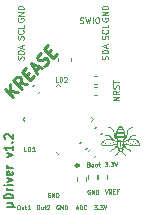
<source format=gbr>
%TF.GenerationSoftware,KiCad,Pcbnew,7.0.8*%
%TF.CreationDate,2024-02-17T11:30:40+00:00*%
%TF.ProjectId,uCoilDriver_I2C,75436f69-6c44-4726-9976-65725f493243,rev?*%
%TF.SameCoordinates,Original*%
%TF.FileFunction,Legend,Top*%
%TF.FilePolarity,Positive*%
%FSLAX46Y46*%
G04 Gerber Fmt 4.6, Leading zero omitted, Abs format (unit mm)*
G04 Created by KiCad (PCBNEW 7.0.8) date 2024-02-17 11:30:40*
%MOMM*%
%LPD*%
G01*
G04 APERTURE LIST*
%ADD10C,0.080000*%
%ADD11C,0.220000*%
%ADD12C,0.125000*%
%ADD13C,0.150000*%
%ADD14C,0.100000*%
%ADD15C,0.120000*%
%ADD16C,0.250000*%
G04 APERTURE END LIST*
D10*
X78894297Y-97469673D02*
X78860964Y-97453006D01*
X78860964Y-97453006D02*
X78810964Y-97453006D01*
X78810964Y-97453006D02*
X78760964Y-97469673D01*
X78760964Y-97469673D02*
X78727631Y-97503006D01*
X78727631Y-97503006D02*
X78710964Y-97536340D01*
X78710964Y-97536340D02*
X78694297Y-97603006D01*
X78694297Y-97603006D02*
X78694297Y-97653006D01*
X78694297Y-97653006D02*
X78710964Y-97719673D01*
X78710964Y-97719673D02*
X78727631Y-97753006D01*
X78727631Y-97753006D02*
X78760964Y-97786340D01*
X78760964Y-97786340D02*
X78810964Y-97803006D01*
X78810964Y-97803006D02*
X78844297Y-97803006D01*
X78844297Y-97803006D02*
X78894297Y-97786340D01*
X78894297Y-97786340D02*
X78910964Y-97769673D01*
X78910964Y-97769673D02*
X78910964Y-97653006D01*
X78910964Y-97653006D02*
X78844297Y-97653006D01*
X79060964Y-97803006D02*
X79060964Y-97453006D01*
X79060964Y-97453006D02*
X79260964Y-97803006D01*
X79260964Y-97803006D02*
X79260964Y-97453006D01*
X79427631Y-97803006D02*
X79427631Y-97453006D01*
X79427631Y-97453006D02*
X79510964Y-97453006D01*
X79510964Y-97453006D02*
X79560964Y-97469673D01*
X79560964Y-97469673D02*
X79594298Y-97503006D01*
X79594298Y-97503006D02*
X79610964Y-97536340D01*
X79610964Y-97536340D02*
X79627631Y-97603006D01*
X79627631Y-97603006D02*
X79627631Y-97653006D01*
X79627631Y-97653006D02*
X79610964Y-97719673D01*
X79610964Y-97719673D02*
X79594298Y-97753006D01*
X79594298Y-97753006D02*
X79560964Y-97786340D01*
X79560964Y-97786340D02*
X79510964Y-97803006D01*
X79510964Y-97803006D02*
X79427631Y-97803006D01*
X76243897Y-98794673D02*
X76210564Y-98778006D01*
X76210564Y-98778006D02*
X76160564Y-98778006D01*
X76160564Y-98778006D02*
X76110564Y-98794673D01*
X76110564Y-98794673D02*
X76077231Y-98828006D01*
X76077231Y-98828006D02*
X76060564Y-98861340D01*
X76060564Y-98861340D02*
X76043897Y-98928006D01*
X76043897Y-98928006D02*
X76043897Y-98978006D01*
X76043897Y-98978006D02*
X76060564Y-99044673D01*
X76060564Y-99044673D02*
X76077231Y-99078006D01*
X76077231Y-99078006D02*
X76110564Y-99111340D01*
X76110564Y-99111340D02*
X76160564Y-99128006D01*
X76160564Y-99128006D02*
X76193897Y-99128006D01*
X76193897Y-99128006D02*
X76243897Y-99111340D01*
X76243897Y-99111340D02*
X76260564Y-99094673D01*
X76260564Y-99094673D02*
X76260564Y-98978006D01*
X76260564Y-98978006D02*
X76193897Y-98978006D01*
X76410564Y-99128006D02*
X76410564Y-98778006D01*
X76410564Y-98778006D02*
X76610564Y-99128006D01*
X76610564Y-99128006D02*
X76610564Y-98778006D01*
X76777231Y-99128006D02*
X76777231Y-98778006D01*
X76777231Y-98778006D02*
X76860564Y-98778006D01*
X76860564Y-98778006D02*
X76910564Y-98794673D01*
X76910564Y-98794673D02*
X76943898Y-98828006D01*
X76943898Y-98828006D02*
X76960564Y-98861340D01*
X76960564Y-98861340D02*
X76977231Y-98928006D01*
X76977231Y-98928006D02*
X76977231Y-98978006D01*
X76977231Y-98978006D02*
X76960564Y-99044673D01*
X76960564Y-99044673D02*
X76943898Y-99078006D01*
X76943898Y-99078006D02*
X76910564Y-99111340D01*
X76910564Y-99111340D02*
X76860564Y-99128006D01*
X76860564Y-99128006D02*
X76777231Y-99128006D01*
X72827231Y-98778006D02*
X72893897Y-98778006D01*
X72893897Y-98778006D02*
X72927231Y-98794673D01*
X72927231Y-98794673D02*
X72960564Y-98828006D01*
X72960564Y-98828006D02*
X72977231Y-98894673D01*
X72977231Y-98894673D02*
X72977231Y-99011340D01*
X72977231Y-99011340D02*
X72960564Y-99078006D01*
X72960564Y-99078006D02*
X72927231Y-99111340D01*
X72927231Y-99111340D02*
X72893897Y-99128006D01*
X72893897Y-99128006D02*
X72827231Y-99128006D01*
X72827231Y-99128006D02*
X72793897Y-99111340D01*
X72793897Y-99111340D02*
X72760564Y-99078006D01*
X72760564Y-99078006D02*
X72743897Y-99011340D01*
X72743897Y-99011340D02*
X72743897Y-98894673D01*
X72743897Y-98894673D02*
X72760564Y-98828006D01*
X72760564Y-98828006D02*
X72793897Y-98794673D01*
X72793897Y-98794673D02*
X72827231Y-98778006D01*
X73277231Y-98894673D02*
X73277231Y-99128006D01*
X73127231Y-98894673D02*
X73127231Y-99078006D01*
X73127231Y-99078006D02*
X73143898Y-99111340D01*
X73143898Y-99111340D02*
X73177231Y-99128006D01*
X73177231Y-99128006D02*
X73227231Y-99128006D01*
X73227231Y-99128006D02*
X73260564Y-99111340D01*
X73260564Y-99111340D02*
X73277231Y-99094673D01*
X73393898Y-98894673D02*
X73527231Y-98894673D01*
X73443898Y-98778006D02*
X73443898Y-99078006D01*
X73443898Y-99078006D02*
X73460565Y-99111340D01*
X73460565Y-99111340D02*
X73493898Y-99128006D01*
X73493898Y-99128006D02*
X73527231Y-99128006D01*
X73827231Y-99128006D02*
X73627231Y-99128006D01*
X73727231Y-99128006D02*
X73727231Y-98778006D01*
X73727231Y-98778006D02*
X73693898Y-98828006D01*
X73693898Y-98828006D02*
X73660565Y-98861340D01*
X73660565Y-98861340D02*
X73627231Y-98878006D01*
X77718897Y-99028006D02*
X77885564Y-99028006D01*
X77685564Y-99128006D02*
X77802231Y-98778006D01*
X77802231Y-98778006D02*
X77918897Y-99128006D01*
X78035564Y-99128006D02*
X78035564Y-98778006D01*
X78035564Y-98778006D02*
X78118897Y-98778006D01*
X78118897Y-98778006D02*
X78168897Y-98794673D01*
X78168897Y-98794673D02*
X78202231Y-98828006D01*
X78202231Y-98828006D02*
X78218897Y-98861340D01*
X78218897Y-98861340D02*
X78235564Y-98928006D01*
X78235564Y-98928006D02*
X78235564Y-98978006D01*
X78235564Y-98978006D02*
X78218897Y-99044673D01*
X78218897Y-99044673D02*
X78202231Y-99078006D01*
X78202231Y-99078006D02*
X78168897Y-99111340D01*
X78168897Y-99111340D02*
X78118897Y-99128006D01*
X78118897Y-99128006D02*
X78035564Y-99128006D01*
X78585564Y-99094673D02*
X78568897Y-99111340D01*
X78568897Y-99111340D02*
X78518897Y-99128006D01*
X78518897Y-99128006D02*
X78485564Y-99128006D01*
X78485564Y-99128006D02*
X78435564Y-99111340D01*
X78435564Y-99111340D02*
X78402231Y-99078006D01*
X78402231Y-99078006D02*
X78385564Y-99044673D01*
X78385564Y-99044673D02*
X78368897Y-98978006D01*
X78368897Y-98978006D02*
X78368897Y-98928006D01*
X78368897Y-98928006D02*
X78385564Y-98861340D01*
X78385564Y-98861340D02*
X78402231Y-98828006D01*
X78402231Y-98828006D02*
X78435564Y-98794673D01*
X78435564Y-98794673D02*
X78485564Y-98778006D01*
X78485564Y-98778006D02*
X78518897Y-98778006D01*
X78518897Y-98778006D02*
X78568897Y-98794673D01*
X78568897Y-98794673D02*
X78585564Y-98811340D01*
D11*
X72426076Y-89609671D02*
X71718970Y-88902564D01*
X72830137Y-89205610D02*
X72123031Y-89104595D01*
X72123031Y-88498503D02*
X72123031Y-89306625D01*
X73537244Y-88498503D02*
X72964824Y-88397488D01*
X73133183Y-88902564D02*
X72426076Y-88195458D01*
X72426076Y-88195458D02*
X72695450Y-87926084D01*
X72695450Y-87926084D02*
X72796466Y-87892412D01*
X72796466Y-87892412D02*
X72863809Y-87892412D01*
X72863809Y-87892412D02*
X72964824Y-87926084D01*
X72964824Y-87926084D02*
X73065840Y-88027099D01*
X73065840Y-88027099D02*
X73099511Y-88128114D01*
X73099511Y-88128114D02*
X73099511Y-88195458D01*
X73099511Y-88195458D02*
X73065840Y-88296473D01*
X73065840Y-88296473D02*
X72796466Y-88565847D01*
X73469901Y-87825068D02*
X73705603Y-87589366D01*
X74177007Y-87858740D02*
X73840290Y-88195458D01*
X73840290Y-88195458D02*
X73133183Y-87488351D01*
X73133183Y-87488351D02*
X73469901Y-87151633D01*
X74244351Y-87387336D02*
X74581069Y-87050618D01*
X74379038Y-87656710D02*
X73907633Y-86713901D01*
X73907633Y-86713901D02*
X74850443Y-87185305D01*
X75018801Y-86949603D02*
X75153488Y-86882259D01*
X75153488Y-86882259D02*
X75321847Y-86713900D01*
X75321847Y-86713900D02*
X75355519Y-86612885D01*
X75355519Y-86612885D02*
X75355519Y-86545542D01*
X75355519Y-86545542D02*
X75321847Y-86444526D01*
X75321847Y-86444526D02*
X75254504Y-86377183D01*
X75254504Y-86377183D02*
X75153488Y-86343511D01*
X75153488Y-86343511D02*
X75086145Y-86343511D01*
X75086145Y-86343511D02*
X74985130Y-86377183D01*
X74985130Y-86377183D02*
X74816771Y-86478198D01*
X74816771Y-86478198D02*
X74715756Y-86511870D01*
X74715756Y-86511870D02*
X74648412Y-86511870D01*
X74648412Y-86511870D02*
X74547397Y-86478198D01*
X74547397Y-86478198D02*
X74480053Y-86410855D01*
X74480053Y-86410855D02*
X74446382Y-86309839D01*
X74446382Y-86309839D02*
X74446382Y-86242496D01*
X74446382Y-86242496D02*
X74480053Y-86141481D01*
X74480053Y-86141481D02*
X74648412Y-85973122D01*
X74648412Y-85973122D02*
X74783099Y-85905778D01*
X75389191Y-85905778D02*
X75624893Y-85670076D01*
X76096297Y-85939450D02*
X75759580Y-86276168D01*
X75759580Y-86276168D02*
X75052473Y-85569061D01*
X75052473Y-85569061D02*
X75389191Y-85232343D01*
D12*
X79956119Y-82936811D02*
X79932309Y-82984430D01*
X79932309Y-82984430D02*
X79932309Y-83055859D01*
X79932309Y-83055859D02*
X79956119Y-83127287D01*
X79956119Y-83127287D02*
X80003738Y-83174906D01*
X80003738Y-83174906D02*
X80051357Y-83198716D01*
X80051357Y-83198716D02*
X80146595Y-83222525D01*
X80146595Y-83222525D02*
X80218023Y-83222525D01*
X80218023Y-83222525D02*
X80313261Y-83198716D01*
X80313261Y-83198716D02*
X80360880Y-83174906D01*
X80360880Y-83174906D02*
X80408500Y-83127287D01*
X80408500Y-83127287D02*
X80432309Y-83055859D01*
X80432309Y-83055859D02*
X80432309Y-83008240D01*
X80432309Y-83008240D02*
X80408500Y-82936811D01*
X80408500Y-82936811D02*
X80384690Y-82913002D01*
X80384690Y-82913002D02*
X80218023Y-82913002D01*
X80218023Y-82913002D02*
X80218023Y-83008240D01*
X80432309Y-82698716D02*
X79932309Y-82698716D01*
X79932309Y-82698716D02*
X80432309Y-82413002D01*
X80432309Y-82413002D02*
X79932309Y-82413002D01*
X80432309Y-82174906D02*
X79932309Y-82174906D01*
X79932309Y-82174906D02*
X79932309Y-82055858D01*
X79932309Y-82055858D02*
X79956119Y-81984430D01*
X79956119Y-81984430D02*
X80003738Y-81936811D01*
X80003738Y-81936811D02*
X80051357Y-81913001D01*
X80051357Y-81913001D02*
X80146595Y-81889192D01*
X80146595Y-81889192D02*
X80218023Y-81889192D01*
X80218023Y-81889192D02*
X80313261Y-81913001D01*
X80313261Y-81913001D02*
X80360880Y-81936811D01*
X80360880Y-81936811D02*
X80408500Y-81984430D01*
X80408500Y-81984430D02*
X80432309Y-82055858D01*
X80432309Y-82055858D02*
X80432309Y-82174906D01*
D10*
X80165964Y-97443006D02*
X80282631Y-97793006D01*
X80282631Y-97793006D02*
X80399297Y-97443006D01*
X80715964Y-97793006D02*
X80599297Y-97626340D01*
X80515964Y-97793006D02*
X80515964Y-97443006D01*
X80515964Y-97443006D02*
X80649297Y-97443006D01*
X80649297Y-97443006D02*
X80682631Y-97459673D01*
X80682631Y-97459673D02*
X80699297Y-97476340D01*
X80699297Y-97476340D02*
X80715964Y-97509673D01*
X80715964Y-97509673D02*
X80715964Y-97559673D01*
X80715964Y-97559673D02*
X80699297Y-97593006D01*
X80699297Y-97593006D02*
X80682631Y-97609673D01*
X80682631Y-97609673D02*
X80649297Y-97626340D01*
X80649297Y-97626340D02*
X80515964Y-97626340D01*
X80865964Y-97609673D02*
X80982631Y-97609673D01*
X81032631Y-97793006D02*
X80865964Y-97793006D01*
X80865964Y-97793006D02*
X80865964Y-97443006D01*
X80865964Y-97443006D02*
X81032631Y-97443006D01*
X81299298Y-97609673D02*
X81182631Y-97609673D01*
X81182631Y-97793006D02*
X81182631Y-97443006D01*
X81182631Y-97443006D02*
X81349298Y-97443006D01*
D12*
X73258500Y-84747525D02*
X73282309Y-84676097D01*
X73282309Y-84676097D02*
X73282309Y-84557049D01*
X73282309Y-84557049D02*
X73258500Y-84509430D01*
X73258500Y-84509430D02*
X73234690Y-84485621D01*
X73234690Y-84485621D02*
X73187071Y-84461811D01*
X73187071Y-84461811D02*
X73139452Y-84461811D01*
X73139452Y-84461811D02*
X73091833Y-84485621D01*
X73091833Y-84485621D02*
X73068023Y-84509430D01*
X73068023Y-84509430D02*
X73044214Y-84557049D01*
X73044214Y-84557049D02*
X73020404Y-84652287D01*
X73020404Y-84652287D02*
X72996595Y-84699906D01*
X72996595Y-84699906D02*
X72972785Y-84723716D01*
X72972785Y-84723716D02*
X72925166Y-84747525D01*
X72925166Y-84747525D02*
X72877547Y-84747525D01*
X72877547Y-84747525D02*
X72829928Y-84723716D01*
X72829928Y-84723716D02*
X72806119Y-84699906D01*
X72806119Y-84699906D02*
X72782309Y-84652287D01*
X72782309Y-84652287D02*
X72782309Y-84533240D01*
X72782309Y-84533240D02*
X72806119Y-84461811D01*
X73234690Y-83961812D02*
X73258500Y-83985621D01*
X73258500Y-83985621D02*
X73282309Y-84057050D01*
X73282309Y-84057050D02*
X73282309Y-84104669D01*
X73282309Y-84104669D02*
X73258500Y-84176097D01*
X73258500Y-84176097D02*
X73210880Y-84223716D01*
X73210880Y-84223716D02*
X73163261Y-84247526D01*
X73163261Y-84247526D02*
X73068023Y-84271335D01*
X73068023Y-84271335D02*
X72996595Y-84271335D01*
X72996595Y-84271335D02*
X72901357Y-84247526D01*
X72901357Y-84247526D02*
X72853738Y-84223716D01*
X72853738Y-84223716D02*
X72806119Y-84176097D01*
X72806119Y-84176097D02*
X72782309Y-84104669D01*
X72782309Y-84104669D02*
X72782309Y-84057050D01*
X72782309Y-84057050D02*
X72806119Y-83985621D01*
X72806119Y-83985621D02*
X72829928Y-83961812D01*
X73282309Y-83509431D02*
X73282309Y-83747526D01*
X73282309Y-83747526D02*
X72782309Y-83747526D01*
X72806119Y-82961811D02*
X72782309Y-83009430D01*
X72782309Y-83009430D02*
X72782309Y-83080859D01*
X72782309Y-83080859D02*
X72806119Y-83152287D01*
X72806119Y-83152287D02*
X72853738Y-83199906D01*
X72853738Y-83199906D02*
X72901357Y-83223716D01*
X72901357Y-83223716D02*
X72996595Y-83247525D01*
X72996595Y-83247525D02*
X73068023Y-83247525D01*
X73068023Y-83247525D02*
X73163261Y-83223716D01*
X73163261Y-83223716D02*
X73210880Y-83199906D01*
X73210880Y-83199906D02*
X73258500Y-83152287D01*
X73258500Y-83152287D02*
X73282309Y-83080859D01*
X73282309Y-83080859D02*
X73282309Y-83033240D01*
X73282309Y-83033240D02*
X73258500Y-82961811D01*
X73258500Y-82961811D02*
X73234690Y-82938002D01*
X73234690Y-82938002D02*
X73068023Y-82938002D01*
X73068023Y-82938002D02*
X73068023Y-83033240D01*
X73282309Y-82723716D02*
X72782309Y-82723716D01*
X72782309Y-82723716D02*
X73282309Y-82438002D01*
X73282309Y-82438002D02*
X72782309Y-82438002D01*
X73282309Y-82199906D02*
X72782309Y-82199906D01*
X72782309Y-82199906D02*
X72782309Y-82080858D01*
X72782309Y-82080858D02*
X72806119Y-82009430D01*
X72806119Y-82009430D02*
X72853738Y-81961811D01*
X72853738Y-81961811D02*
X72901357Y-81938001D01*
X72901357Y-81938001D02*
X72996595Y-81914192D01*
X72996595Y-81914192D02*
X73068023Y-81914192D01*
X73068023Y-81914192D02*
X73163261Y-81938001D01*
X73163261Y-81938001D02*
X73210880Y-81961811D01*
X73210880Y-81961811D02*
X73258500Y-82009430D01*
X73258500Y-82009430D02*
X73282309Y-82080858D01*
X73282309Y-82080858D02*
X73282309Y-82199906D01*
D13*
X71889866Y-98934649D02*
X72589866Y-98934649D01*
X72256533Y-98601316D02*
X72323200Y-98567982D01*
X72323200Y-98567982D02*
X72356533Y-98501316D01*
X72256533Y-98934649D02*
X72323200Y-98901316D01*
X72323200Y-98901316D02*
X72356533Y-98834649D01*
X72356533Y-98834649D02*
X72356533Y-98701316D01*
X72356533Y-98701316D02*
X72323200Y-98634649D01*
X72323200Y-98634649D02*
X72256533Y-98601316D01*
X72256533Y-98601316D02*
X71889866Y-98601316D01*
X72356533Y-98201316D02*
X71656533Y-98201316D01*
X71656533Y-98201316D02*
X71656533Y-98034649D01*
X71656533Y-98034649D02*
X71689866Y-97934649D01*
X71689866Y-97934649D02*
X71756533Y-97867983D01*
X71756533Y-97867983D02*
X71823200Y-97834649D01*
X71823200Y-97834649D02*
X71956533Y-97801316D01*
X71956533Y-97801316D02*
X72056533Y-97801316D01*
X72056533Y-97801316D02*
X72189866Y-97834649D01*
X72189866Y-97834649D02*
X72256533Y-97867983D01*
X72256533Y-97867983D02*
X72323200Y-97934649D01*
X72323200Y-97934649D02*
X72356533Y-98034649D01*
X72356533Y-98034649D02*
X72356533Y-98201316D01*
X72356533Y-97501316D02*
X71889866Y-97501316D01*
X72023200Y-97501316D02*
X71956533Y-97467983D01*
X71956533Y-97467983D02*
X71923200Y-97434649D01*
X71923200Y-97434649D02*
X71889866Y-97367983D01*
X71889866Y-97367983D02*
X71889866Y-97301316D01*
X72356533Y-97067983D02*
X71889866Y-97067983D01*
X71656533Y-97067983D02*
X71689866Y-97101316D01*
X71689866Y-97101316D02*
X71723200Y-97067983D01*
X71723200Y-97067983D02*
X71689866Y-97034650D01*
X71689866Y-97034650D02*
X71656533Y-97067983D01*
X71656533Y-97067983D02*
X71723200Y-97067983D01*
X71889866Y-96801317D02*
X72356533Y-96634650D01*
X72356533Y-96634650D02*
X71889866Y-96467983D01*
X72323200Y-95934650D02*
X72356533Y-96001317D01*
X72356533Y-96001317D02*
X72356533Y-96134650D01*
X72356533Y-96134650D02*
X72323200Y-96201317D01*
X72323200Y-96201317D02*
X72256533Y-96234650D01*
X72256533Y-96234650D02*
X71989866Y-96234650D01*
X71989866Y-96234650D02*
X71923200Y-96201317D01*
X71923200Y-96201317D02*
X71889866Y-96134650D01*
X71889866Y-96134650D02*
X71889866Y-96001317D01*
X71889866Y-96001317D02*
X71923200Y-95934650D01*
X71923200Y-95934650D02*
X71989866Y-95901317D01*
X71989866Y-95901317D02*
X72056533Y-95901317D01*
X72056533Y-95901317D02*
X72123200Y-96234650D01*
X72356533Y-95601317D02*
X71889866Y-95601317D01*
X72023200Y-95601317D02*
X71956533Y-95567984D01*
X71956533Y-95567984D02*
X71923200Y-95534650D01*
X71923200Y-95534650D02*
X71889866Y-95467984D01*
X71889866Y-95467984D02*
X71889866Y-95401317D01*
X71889866Y-94701318D02*
X72356533Y-94534651D01*
X72356533Y-94534651D02*
X71889866Y-94367984D01*
X72356533Y-93734651D02*
X72356533Y-94134651D01*
X72356533Y-93934651D02*
X71656533Y-93934651D01*
X71656533Y-93934651D02*
X71756533Y-94001318D01*
X71756533Y-94001318D02*
X71823200Y-94067985D01*
X71823200Y-94067985D02*
X71856533Y-94134651D01*
X72289866Y-93434651D02*
X72323200Y-93401318D01*
X72323200Y-93401318D02*
X72356533Y-93434651D01*
X72356533Y-93434651D02*
X72323200Y-93467984D01*
X72323200Y-93467984D02*
X72289866Y-93434651D01*
X72289866Y-93434651D02*
X72356533Y-93434651D01*
X71723200Y-93134651D02*
X71689866Y-93101318D01*
X71689866Y-93101318D02*
X71656533Y-93034651D01*
X71656533Y-93034651D02*
X71656533Y-92867985D01*
X71656533Y-92867985D02*
X71689866Y-92801318D01*
X71689866Y-92801318D02*
X71723200Y-92767985D01*
X71723200Y-92767985D02*
X71789866Y-92734651D01*
X71789866Y-92734651D02*
X71856533Y-92734651D01*
X71856533Y-92734651D02*
X71956533Y-92767985D01*
X71956533Y-92767985D02*
X72356533Y-93167985D01*
X72356533Y-93167985D02*
X72356533Y-92734651D01*
D12*
X80408500Y-84722525D02*
X80432309Y-84651097D01*
X80432309Y-84651097D02*
X80432309Y-84532049D01*
X80432309Y-84532049D02*
X80408500Y-84484430D01*
X80408500Y-84484430D02*
X80384690Y-84460621D01*
X80384690Y-84460621D02*
X80337071Y-84436811D01*
X80337071Y-84436811D02*
X80289452Y-84436811D01*
X80289452Y-84436811D02*
X80241833Y-84460621D01*
X80241833Y-84460621D02*
X80218023Y-84484430D01*
X80218023Y-84484430D02*
X80194214Y-84532049D01*
X80194214Y-84532049D02*
X80170404Y-84627287D01*
X80170404Y-84627287D02*
X80146595Y-84674906D01*
X80146595Y-84674906D02*
X80122785Y-84698716D01*
X80122785Y-84698716D02*
X80075166Y-84722525D01*
X80075166Y-84722525D02*
X80027547Y-84722525D01*
X80027547Y-84722525D02*
X79979928Y-84698716D01*
X79979928Y-84698716D02*
X79956119Y-84674906D01*
X79956119Y-84674906D02*
X79932309Y-84627287D01*
X79932309Y-84627287D02*
X79932309Y-84508240D01*
X79932309Y-84508240D02*
X79956119Y-84436811D01*
X80384690Y-83936812D02*
X80408500Y-83960621D01*
X80408500Y-83960621D02*
X80432309Y-84032050D01*
X80432309Y-84032050D02*
X80432309Y-84079669D01*
X80432309Y-84079669D02*
X80408500Y-84151097D01*
X80408500Y-84151097D02*
X80360880Y-84198716D01*
X80360880Y-84198716D02*
X80313261Y-84222526D01*
X80313261Y-84222526D02*
X80218023Y-84246335D01*
X80218023Y-84246335D02*
X80146595Y-84246335D01*
X80146595Y-84246335D02*
X80051357Y-84222526D01*
X80051357Y-84222526D02*
X80003738Y-84198716D01*
X80003738Y-84198716D02*
X79956119Y-84151097D01*
X79956119Y-84151097D02*
X79932309Y-84079669D01*
X79932309Y-84079669D02*
X79932309Y-84032050D01*
X79932309Y-84032050D02*
X79956119Y-83960621D01*
X79956119Y-83960621D02*
X79979928Y-83936812D01*
X80432309Y-83484431D02*
X80432309Y-83722526D01*
X80432309Y-83722526D02*
X79932309Y-83722526D01*
D10*
X80162631Y-95143006D02*
X80379297Y-95143006D01*
X80379297Y-95143006D02*
X80262631Y-95276340D01*
X80262631Y-95276340D02*
X80312631Y-95276340D01*
X80312631Y-95276340D02*
X80345964Y-95293006D01*
X80345964Y-95293006D02*
X80362631Y-95309673D01*
X80362631Y-95309673D02*
X80379297Y-95343006D01*
X80379297Y-95343006D02*
X80379297Y-95426340D01*
X80379297Y-95426340D02*
X80362631Y-95459673D01*
X80362631Y-95459673D02*
X80345964Y-95476340D01*
X80345964Y-95476340D02*
X80312631Y-95493006D01*
X80312631Y-95493006D02*
X80212631Y-95493006D01*
X80212631Y-95493006D02*
X80179297Y-95476340D01*
X80179297Y-95476340D02*
X80162631Y-95459673D01*
X80529297Y-95459673D02*
X80545964Y-95476340D01*
X80545964Y-95476340D02*
X80529297Y-95493006D01*
X80529297Y-95493006D02*
X80512630Y-95476340D01*
X80512630Y-95476340D02*
X80529297Y-95459673D01*
X80529297Y-95459673D02*
X80529297Y-95493006D01*
X80662631Y-95143006D02*
X80879297Y-95143006D01*
X80879297Y-95143006D02*
X80762631Y-95276340D01*
X80762631Y-95276340D02*
X80812631Y-95276340D01*
X80812631Y-95276340D02*
X80845964Y-95293006D01*
X80845964Y-95293006D02*
X80862631Y-95309673D01*
X80862631Y-95309673D02*
X80879297Y-95343006D01*
X80879297Y-95343006D02*
X80879297Y-95426340D01*
X80879297Y-95426340D02*
X80862631Y-95459673D01*
X80862631Y-95459673D02*
X80845964Y-95476340D01*
X80845964Y-95476340D02*
X80812631Y-95493006D01*
X80812631Y-95493006D02*
X80712631Y-95493006D01*
X80712631Y-95493006D02*
X80679297Y-95476340D01*
X80679297Y-95476340D02*
X80662631Y-95459673D01*
X80979297Y-95143006D02*
X81095964Y-95493006D01*
X81095964Y-95493006D02*
X81212630Y-95143006D01*
X79252231Y-98778006D02*
X79468897Y-98778006D01*
X79468897Y-98778006D02*
X79352231Y-98911340D01*
X79352231Y-98911340D02*
X79402231Y-98911340D01*
X79402231Y-98911340D02*
X79435564Y-98928006D01*
X79435564Y-98928006D02*
X79452231Y-98944673D01*
X79452231Y-98944673D02*
X79468897Y-98978006D01*
X79468897Y-98978006D02*
X79468897Y-99061340D01*
X79468897Y-99061340D02*
X79452231Y-99094673D01*
X79452231Y-99094673D02*
X79435564Y-99111340D01*
X79435564Y-99111340D02*
X79402231Y-99128006D01*
X79402231Y-99128006D02*
X79302231Y-99128006D01*
X79302231Y-99128006D02*
X79268897Y-99111340D01*
X79268897Y-99111340D02*
X79252231Y-99094673D01*
X79618897Y-99094673D02*
X79635564Y-99111340D01*
X79635564Y-99111340D02*
X79618897Y-99128006D01*
X79618897Y-99128006D02*
X79602230Y-99111340D01*
X79602230Y-99111340D02*
X79618897Y-99094673D01*
X79618897Y-99094673D02*
X79618897Y-99128006D01*
X79752231Y-98778006D02*
X79968897Y-98778006D01*
X79968897Y-98778006D02*
X79852231Y-98911340D01*
X79852231Y-98911340D02*
X79902231Y-98911340D01*
X79902231Y-98911340D02*
X79935564Y-98928006D01*
X79935564Y-98928006D02*
X79952231Y-98944673D01*
X79952231Y-98944673D02*
X79968897Y-98978006D01*
X79968897Y-98978006D02*
X79968897Y-99061340D01*
X79968897Y-99061340D02*
X79952231Y-99094673D01*
X79952231Y-99094673D02*
X79935564Y-99111340D01*
X79935564Y-99111340D02*
X79902231Y-99128006D01*
X79902231Y-99128006D02*
X79802231Y-99128006D01*
X79802231Y-99128006D02*
X79768897Y-99111340D01*
X79768897Y-99111340D02*
X79752231Y-99094673D01*
X80068897Y-98778006D02*
X80185564Y-99128006D01*
X80185564Y-99128006D02*
X80302230Y-98778006D01*
D12*
X80408500Y-86422525D02*
X80432309Y-86351097D01*
X80432309Y-86351097D02*
X80432309Y-86232049D01*
X80432309Y-86232049D02*
X80408500Y-86184430D01*
X80408500Y-86184430D02*
X80384690Y-86160621D01*
X80384690Y-86160621D02*
X80337071Y-86136811D01*
X80337071Y-86136811D02*
X80289452Y-86136811D01*
X80289452Y-86136811D02*
X80241833Y-86160621D01*
X80241833Y-86160621D02*
X80218023Y-86184430D01*
X80218023Y-86184430D02*
X80194214Y-86232049D01*
X80194214Y-86232049D02*
X80170404Y-86327287D01*
X80170404Y-86327287D02*
X80146595Y-86374906D01*
X80146595Y-86374906D02*
X80122785Y-86398716D01*
X80122785Y-86398716D02*
X80075166Y-86422525D01*
X80075166Y-86422525D02*
X80027547Y-86422525D01*
X80027547Y-86422525D02*
X79979928Y-86398716D01*
X79979928Y-86398716D02*
X79956119Y-86374906D01*
X79956119Y-86374906D02*
X79932309Y-86327287D01*
X79932309Y-86327287D02*
X79932309Y-86208240D01*
X79932309Y-86208240D02*
X79956119Y-86136811D01*
X80432309Y-85922526D02*
X79932309Y-85922526D01*
X79932309Y-85922526D02*
X79932309Y-85803478D01*
X79932309Y-85803478D02*
X79956119Y-85732050D01*
X79956119Y-85732050D02*
X80003738Y-85684431D01*
X80003738Y-85684431D02*
X80051357Y-85660621D01*
X80051357Y-85660621D02*
X80146595Y-85636812D01*
X80146595Y-85636812D02*
X80218023Y-85636812D01*
X80218023Y-85636812D02*
X80313261Y-85660621D01*
X80313261Y-85660621D02*
X80360880Y-85684431D01*
X80360880Y-85684431D02*
X80408500Y-85732050D01*
X80408500Y-85732050D02*
X80432309Y-85803478D01*
X80432309Y-85803478D02*
X80432309Y-85922526D01*
X80289452Y-85446335D02*
X80289452Y-85208240D01*
X80432309Y-85493954D02*
X79932309Y-85327288D01*
X79932309Y-85327288D02*
X80432309Y-85160621D01*
D10*
X74477231Y-98778006D02*
X74543897Y-98778006D01*
X74543897Y-98778006D02*
X74577231Y-98794673D01*
X74577231Y-98794673D02*
X74610564Y-98828006D01*
X74610564Y-98828006D02*
X74627231Y-98894673D01*
X74627231Y-98894673D02*
X74627231Y-99011340D01*
X74627231Y-99011340D02*
X74610564Y-99078006D01*
X74610564Y-99078006D02*
X74577231Y-99111340D01*
X74577231Y-99111340D02*
X74543897Y-99128006D01*
X74543897Y-99128006D02*
X74477231Y-99128006D01*
X74477231Y-99128006D02*
X74443897Y-99111340D01*
X74443897Y-99111340D02*
X74410564Y-99078006D01*
X74410564Y-99078006D02*
X74393897Y-99011340D01*
X74393897Y-99011340D02*
X74393897Y-98894673D01*
X74393897Y-98894673D02*
X74410564Y-98828006D01*
X74410564Y-98828006D02*
X74443897Y-98794673D01*
X74443897Y-98794673D02*
X74477231Y-98778006D01*
X74927231Y-98894673D02*
X74927231Y-99128006D01*
X74777231Y-98894673D02*
X74777231Y-99078006D01*
X74777231Y-99078006D02*
X74793898Y-99111340D01*
X74793898Y-99111340D02*
X74827231Y-99128006D01*
X74827231Y-99128006D02*
X74877231Y-99128006D01*
X74877231Y-99128006D02*
X74910564Y-99111340D01*
X74910564Y-99111340D02*
X74927231Y-99094673D01*
X75043898Y-98894673D02*
X75177231Y-98894673D01*
X75093898Y-98778006D02*
X75093898Y-99078006D01*
X75093898Y-99078006D02*
X75110565Y-99111340D01*
X75110565Y-99111340D02*
X75143898Y-99128006D01*
X75143898Y-99128006D02*
X75177231Y-99128006D01*
X75277231Y-98811340D02*
X75293898Y-98794673D01*
X75293898Y-98794673D02*
X75327231Y-98778006D01*
X75327231Y-98778006D02*
X75410565Y-98778006D01*
X75410565Y-98778006D02*
X75443898Y-98794673D01*
X75443898Y-98794673D02*
X75460565Y-98811340D01*
X75460565Y-98811340D02*
X75477231Y-98844673D01*
X75477231Y-98844673D02*
X75477231Y-98878006D01*
X75477231Y-98878006D02*
X75460565Y-98928006D01*
X75460565Y-98928006D02*
X75260565Y-99128006D01*
X75260565Y-99128006D02*
X75477231Y-99128006D01*
D14*
X73501503Y-94205847D02*
X73311027Y-94205847D01*
X73311027Y-94205847D02*
X73311027Y-93805847D01*
X73634837Y-94205847D02*
X73634837Y-93805847D01*
X73634837Y-93805847D02*
X73730075Y-93805847D01*
X73730075Y-93805847D02*
X73787218Y-93824895D01*
X73787218Y-93824895D02*
X73825313Y-93862990D01*
X73825313Y-93862990D02*
X73844360Y-93901085D01*
X73844360Y-93901085D02*
X73863408Y-93977276D01*
X73863408Y-93977276D02*
X73863408Y-94034419D01*
X73863408Y-94034419D02*
X73844360Y-94110609D01*
X73844360Y-94110609D02*
X73825313Y-94148704D01*
X73825313Y-94148704D02*
X73787218Y-94186800D01*
X73787218Y-94186800D02*
X73730075Y-94205847D01*
X73730075Y-94205847D02*
X73634837Y-94205847D01*
X74244360Y-94205847D02*
X74015789Y-94205847D01*
X74130075Y-94205847D02*
X74130075Y-93805847D01*
X74130075Y-93805847D02*
X74091979Y-93862990D01*
X74091979Y-93862990D02*
X74053884Y-93901085D01*
X74053884Y-93901085D02*
X74015789Y-93920133D01*
D10*
X75519297Y-97744673D02*
X75485964Y-97728006D01*
X75485964Y-97728006D02*
X75435964Y-97728006D01*
X75435964Y-97728006D02*
X75385964Y-97744673D01*
X75385964Y-97744673D02*
X75352631Y-97778006D01*
X75352631Y-97778006D02*
X75335964Y-97811340D01*
X75335964Y-97811340D02*
X75319297Y-97878006D01*
X75319297Y-97878006D02*
X75319297Y-97928006D01*
X75319297Y-97928006D02*
X75335964Y-97994673D01*
X75335964Y-97994673D02*
X75352631Y-98028006D01*
X75352631Y-98028006D02*
X75385964Y-98061340D01*
X75385964Y-98061340D02*
X75435964Y-98078006D01*
X75435964Y-98078006D02*
X75469297Y-98078006D01*
X75469297Y-98078006D02*
X75519297Y-98061340D01*
X75519297Y-98061340D02*
X75535964Y-98044673D01*
X75535964Y-98044673D02*
X75535964Y-97928006D01*
X75535964Y-97928006D02*
X75469297Y-97928006D01*
X75685964Y-98078006D02*
X75685964Y-97728006D01*
X75685964Y-97728006D02*
X75885964Y-98078006D01*
X75885964Y-98078006D02*
X75885964Y-97728006D01*
X76052631Y-98078006D02*
X76052631Y-97728006D01*
X76052631Y-97728006D02*
X76135964Y-97728006D01*
X76135964Y-97728006D02*
X76185964Y-97744673D01*
X76185964Y-97744673D02*
X76219298Y-97778006D01*
X76219298Y-97778006D02*
X76235964Y-97811340D01*
X76235964Y-97811340D02*
X76252631Y-97878006D01*
X76252631Y-97878006D02*
X76252631Y-97928006D01*
X76252631Y-97928006D02*
X76235964Y-97994673D01*
X76235964Y-97994673D02*
X76219298Y-98028006D01*
X76219298Y-98028006D02*
X76185964Y-98061340D01*
X76185964Y-98061340D02*
X76135964Y-98078006D01*
X76135964Y-98078006D02*
X76052631Y-98078006D01*
D12*
X73258500Y-86447525D02*
X73282309Y-86376097D01*
X73282309Y-86376097D02*
X73282309Y-86257049D01*
X73282309Y-86257049D02*
X73258500Y-86209430D01*
X73258500Y-86209430D02*
X73234690Y-86185621D01*
X73234690Y-86185621D02*
X73187071Y-86161811D01*
X73187071Y-86161811D02*
X73139452Y-86161811D01*
X73139452Y-86161811D02*
X73091833Y-86185621D01*
X73091833Y-86185621D02*
X73068023Y-86209430D01*
X73068023Y-86209430D02*
X73044214Y-86257049D01*
X73044214Y-86257049D02*
X73020404Y-86352287D01*
X73020404Y-86352287D02*
X72996595Y-86399906D01*
X72996595Y-86399906D02*
X72972785Y-86423716D01*
X72972785Y-86423716D02*
X72925166Y-86447525D01*
X72925166Y-86447525D02*
X72877547Y-86447525D01*
X72877547Y-86447525D02*
X72829928Y-86423716D01*
X72829928Y-86423716D02*
X72806119Y-86399906D01*
X72806119Y-86399906D02*
X72782309Y-86352287D01*
X72782309Y-86352287D02*
X72782309Y-86233240D01*
X72782309Y-86233240D02*
X72806119Y-86161811D01*
X73282309Y-85947526D02*
X72782309Y-85947526D01*
X72782309Y-85947526D02*
X72782309Y-85828478D01*
X72782309Y-85828478D02*
X72806119Y-85757050D01*
X72806119Y-85757050D02*
X72853738Y-85709431D01*
X72853738Y-85709431D02*
X72901357Y-85685621D01*
X72901357Y-85685621D02*
X72996595Y-85661812D01*
X72996595Y-85661812D02*
X73068023Y-85661812D01*
X73068023Y-85661812D02*
X73163261Y-85685621D01*
X73163261Y-85685621D02*
X73210880Y-85709431D01*
X73210880Y-85709431D02*
X73258500Y-85757050D01*
X73258500Y-85757050D02*
X73282309Y-85828478D01*
X73282309Y-85828478D02*
X73282309Y-85947526D01*
X73139452Y-85471335D02*
X73139452Y-85233240D01*
X73282309Y-85518954D02*
X72782309Y-85352288D01*
X72782309Y-85352288D02*
X73282309Y-85185621D01*
X81352309Y-89898716D02*
X80852309Y-89898716D01*
X80852309Y-89898716D02*
X81352309Y-89613002D01*
X81352309Y-89613002D02*
X80852309Y-89613002D01*
X81352309Y-89089192D02*
X81114214Y-89255858D01*
X81352309Y-89374906D02*
X80852309Y-89374906D01*
X80852309Y-89374906D02*
X80852309Y-89184430D01*
X80852309Y-89184430D02*
X80876119Y-89136811D01*
X80876119Y-89136811D02*
X80899928Y-89113001D01*
X80899928Y-89113001D02*
X80947547Y-89089192D01*
X80947547Y-89089192D02*
X81018976Y-89089192D01*
X81018976Y-89089192D02*
X81066595Y-89113001D01*
X81066595Y-89113001D02*
X81090404Y-89136811D01*
X81090404Y-89136811D02*
X81114214Y-89184430D01*
X81114214Y-89184430D02*
X81114214Y-89374906D01*
X81328500Y-88898715D02*
X81352309Y-88827287D01*
X81352309Y-88827287D02*
X81352309Y-88708239D01*
X81352309Y-88708239D02*
X81328500Y-88660620D01*
X81328500Y-88660620D02*
X81304690Y-88636811D01*
X81304690Y-88636811D02*
X81257071Y-88613001D01*
X81257071Y-88613001D02*
X81209452Y-88613001D01*
X81209452Y-88613001D02*
X81161833Y-88636811D01*
X81161833Y-88636811D02*
X81138023Y-88660620D01*
X81138023Y-88660620D02*
X81114214Y-88708239D01*
X81114214Y-88708239D02*
X81090404Y-88803477D01*
X81090404Y-88803477D02*
X81066595Y-88851096D01*
X81066595Y-88851096D02*
X81042785Y-88874906D01*
X81042785Y-88874906D02*
X80995166Y-88898715D01*
X80995166Y-88898715D02*
X80947547Y-88898715D01*
X80947547Y-88898715D02*
X80899928Y-88874906D01*
X80899928Y-88874906D02*
X80876119Y-88851096D01*
X80876119Y-88851096D02*
X80852309Y-88803477D01*
X80852309Y-88803477D02*
X80852309Y-88684430D01*
X80852309Y-88684430D02*
X80876119Y-88613001D01*
X80852309Y-88470144D02*
X80852309Y-88184430D01*
X81352309Y-88327287D02*
X80852309Y-88327287D01*
D10*
X78802631Y-95319673D02*
X78852631Y-95336340D01*
X78852631Y-95336340D02*
X78869297Y-95353006D01*
X78869297Y-95353006D02*
X78885964Y-95386340D01*
X78885964Y-95386340D02*
X78885964Y-95436340D01*
X78885964Y-95436340D02*
X78869297Y-95469673D01*
X78869297Y-95469673D02*
X78852631Y-95486340D01*
X78852631Y-95486340D02*
X78819297Y-95503006D01*
X78819297Y-95503006D02*
X78685964Y-95503006D01*
X78685964Y-95503006D02*
X78685964Y-95153006D01*
X78685964Y-95153006D02*
X78802631Y-95153006D01*
X78802631Y-95153006D02*
X78835964Y-95169673D01*
X78835964Y-95169673D02*
X78852631Y-95186340D01*
X78852631Y-95186340D02*
X78869297Y-95219673D01*
X78869297Y-95219673D02*
X78869297Y-95253006D01*
X78869297Y-95253006D02*
X78852631Y-95286340D01*
X78852631Y-95286340D02*
X78835964Y-95303006D01*
X78835964Y-95303006D02*
X78802631Y-95319673D01*
X78802631Y-95319673D02*
X78685964Y-95319673D01*
X79085964Y-95503006D02*
X79052631Y-95486340D01*
X79052631Y-95486340D02*
X79035964Y-95469673D01*
X79035964Y-95469673D02*
X79019297Y-95436340D01*
X79019297Y-95436340D02*
X79019297Y-95336340D01*
X79019297Y-95336340D02*
X79035964Y-95303006D01*
X79035964Y-95303006D02*
X79052631Y-95286340D01*
X79052631Y-95286340D02*
X79085964Y-95269673D01*
X79085964Y-95269673D02*
X79135964Y-95269673D01*
X79135964Y-95269673D02*
X79169297Y-95286340D01*
X79169297Y-95286340D02*
X79185964Y-95303006D01*
X79185964Y-95303006D02*
X79202631Y-95336340D01*
X79202631Y-95336340D02*
X79202631Y-95436340D01*
X79202631Y-95436340D02*
X79185964Y-95469673D01*
X79185964Y-95469673D02*
X79169297Y-95486340D01*
X79169297Y-95486340D02*
X79135964Y-95503006D01*
X79135964Y-95503006D02*
X79085964Y-95503006D01*
X79402631Y-95503006D02*
X79369298Y-95486340D01*
X79369298Y-95486340D02*
X79352631Y-95469673D01*
X79352631Y-95469673D02*
X79335964Y-95436340D01*
X79335964Y-95436340D02*
X79335964Y-95336340D01*
X79335964Y-95336340D02*
X79352631Y-95303006D01*
X79352631Y-95303006D02*
X79369298Y-95286340D01*
X79369298Y-95286340D02*
X79402631Y-95269673D01*
X79402631Y-95269673D02*
X79452631Y-95269673D01*
X79452631Y-95269673D02*
X79485964Y-95286340D01*
X79485964Y-95286340D02*
X79502631Y-95303006D01*
X79502631Y-95303006D02*
X79519298Y-95336340D01*
X79519298Y-95336340D02*
X79519298Y-95436340D01*
X79519298Y-95436340D02*
X79502631Y-95469673D01*
X79502631Y-95469673D02*
X79485964Y-95486340D01*
X79485964Y-95486340D02*
X79452631Y-95503006D01*
X79452631Y-95503006D02*
X79402631Y-95503006D01*
X79619298Y-95269673D02*
X79752631Y-95269673D01*
X79669298Y-95153006D02*
X79669298Y-95453006D01*
X79669298Y-95453006D02*
X79685965Y-95486340D01*
X79685965Y-95486340D02*
X79719298Y-95503006D01*
X79719298Y-95503006D02*
X79752631Y-95503006D01*
D14*
X76201503Y-88325847D02*
X76011027Y-88325847D01*
X76011027Y-88325847D02*
X76011027Y-87925847D01*
X76334837Y-88325847D02*
X76334837Y-87925847D01*
X76334837Y-87925847D02*
X76430075Y-87925847D01*
X76430075Y-87925847D02*
X76487218Y-87944895D01*
X76487218Y-87944895D02*
X76525313Y-87982990D01*
X76525313Y-87982990D02*
X76544360Y-88021085D01*
X76544360Y-88021085D02*
X76563408Y-88097276D01*
X76563408Y-88097276D02*
X76563408Y-88154419D01*
X76563408Y-88154419D02*
X76544360Y-88230609D01*
X76544360Y-88230609D02*
X76525313Y-88268704D01*
X76525313Y-88268704D02*
X76487218Y-88306800D01*
X76487218Y-88306800D02*
X76430075Y-88325847D01*
X76430075Y-88325847D02*
X76334837Y-88325847D01*
X76715789Y-87963942D02*
X76734837Y-87944895D01*
X76734837Y-87944895D02*
X76772932Y-87925847D01*
X76772932Y-87925847D02*
X76868170Y-87925847D01*
X76868170Y-87925847D02*
X76906265Y-87944895D01*
X76906265Y-87944895D02*
X76925313Y-87963942D01*
X76925313Y-87963942D02*
X76944360Y-88002038D01*
X76944360Y-88002038D02*
X76944360Y-88040133D01*
X76944360Y-88040133D02*
X76925313Y-88097276D01*
X76925313Y-88097276D02*
X76696741Y-88325847D01*
X76696741Y-88325847D02*
X76944360Y-88325847D01*
D12*
X78067474Y-83348500D02*
X78138902Y-83372309D01*
X78138902Y-83372309D02*
X78257950Y-83372309D01*
X78257950Y-83372309D02*
X78305569Y-83348500D01*
X78305569Y-83348500D02*
X78329378Y-83324690D01*
X78329378Y-83324690D02*
X78353188Y-83277071D01*
X78353188Y-83277071D02*
X78353188Y-83229452D01*
X78353188Y-83229452D02*
X78329378Y-83181833D01*
X78329378Y-83181833D02*
X78305569Y-83158023D01*
X78305569Y-83158023D02*
X78257950Y-83134214D01*
X78257950Y-83134214D02*
X78162712Y-83110404D01*
X78162712Y-83110404D02*
X78115093Y-83086595D01*
X78115093Y-83086595D02*
X78091283Y-83062785D01*
X78091283Y-83062785D02*
X78067474Y-83015166D01*
X78067474Y-83015166D02*
X78067474Y-82967547D01*
X78067474Y-82967547D02*
X78091283Y-82919928D01*
X78091283Y-82919928D02*
X78115093Y-82896119D01*
X78115093Y-82896119D02*
X78162712Y-82872309D01*
X78162712Y-82872309D02*
X78281759Y-82872309D01*
X78281759Y-82872309D02*
X78353188Y-82896119D01*
X78519854Y-82872309D02*
X78638902Y-83372309D01*
X78638902Y-83372309D02*
X78734140Y-83015166D01*
X78734140Y-83015166D02*
X78829378Y-83372309D01*
X78829378Y-83372309D02*
X78948426Y-82872309D01*
X79138902Y-83372309D02*
X79138902Y-82872309D01*
X79472235Y-82872309D02*
X79567473Y-82872309D01*
X79567473Y-82872309D02*
X79615092Y-82896119D01*
X79615092Y-82896119D02*
X79662711Y-82943738D01*
X79662711Y-82943738D02*
X79686521Y-83038976D01*
X79686521Y-83038976D02*
X79686521Y-83205642D01*
X79686521Y-83205642D02*
X79662711Y-83300880D01*
X79662711Y-83300880D02*
X79615092Y-83348500D01*
X79615092Y-83348500D02*
X79567473Y-83372309D01*
X79567473Y-83372309D02*
X79472235Y-83372309D01*
X79472235Y-83372309D02*
X79424616Y-83348500D01*
X79424616Y-83348500D02*
X79376997Y-83300880D01*
X79376997Y-83300880D02*
X79353188Y-83205642D01*
X79353188Y-83205642D02*
X79353188Y-83038976D01*
X79353188Y-83038976D02*
X79376997Y-82943738D01*
X79376997Y-82943738D02*
X79424616Y-82896119D01*
X79424616Y-82896119D02*
X79472235Y-82872309D01*
D15*
%TO.C,C8*%
X79269190Y-92271693D02*
X79421693Y-92119190D01*
X79778307Y-92780810D02*
X79930810Y-92628307D01*
%TO.C,U2*%
X79167525Y-91473573D02*
X79008426Y-91632672D01*
X76024435Y-94298465D02*
X76183534Y-94457564D01*
X79008426Y-91314474D02*
X79167525Y-91473573D01*
X73358642Y-91632672D02*
X73199543Y-91473573D01*
X76342633Y-88648681D02*
X76183534Y-88489582D01*
X73199543Y-91473573D02*
X73358642Y-91314474D01*
X76183534Y-88489582D02*
X76024435Y-88648681D01*
%TO.C,R4*%
X77820000Y-96735121D02*
X77820000Y-96399879D01*
X78580000Y-96735121D02*
X78580000Y-96399879D01*
D16*
%TO.C,U1*%
X77950000Y-95408000D02*
G75*
G03*
X77950000Y-95408000I-125000J0D01*
G01*
%TO.C,G\u002A\u002A\u002A*%
G36*
X81396137Y-93590108D02*
G01*
X81396473Y-93627206D01*
X81396781Y-93664116D01*
X81397042Y-93698620D01*
X81397242Y-93728502D01*
X81397363Y-93751547D01*
X81397387Y-93758750D01*
X81397500Y-93807500D01*
X81385184Y-93806121D01*
X81369163Y-93799808D01*
X81354908Y-93786242D01*
X81345243Y-93768113D01*
X81345211Y-93768015D01*
X81341070Y-93749692D01*
X81337793Y-93724154D01*
X81335550Y-93694166D01*
X81334508Y-93662489D01*
X81334835Y-93631886D01*
X81335842Y-93614125D01*
X81341211Y-93567221D01*
X81349059Y-93529699D01*
X81359356Y-93501649D01*
X81372070Y-93483163D01*
X81382099Y-93476093D01*
X81395000Y-93470215D01*
X81396137Y-93590108D01*
G37*
G36*
X81620245Y-93472958D02*
G01*
X81628552Y-93478862D01*
X81643107Y-93496180D01*
X81654513Y-93522929D01*
X81662774Y-93559124D01*
X81667894Y-93604782D01*
X81669876Y-93659919D01*
X81669901Y-93666063D01*
X81669637Y-93695262D01*
X81668552Y-93717002D01*
X81666362Y-93733807D01*
X81662786Y-93748203D01*
X81659719Y-93757105D01*
X81651888Y-93773375D01*
X81641666Y-93788541D01*
X81630840Y-93800569D01*
X81621200Y-93807426D01*
X81615275Y-93807670D01*
X81612376Y-93801703D01*
X81609389Y-93789246D01*
X81608118Y-93781387D01*
X81607406Y-93770733D01*
X81607006Y-93752522D01*
X81606885Y-93728210D01*
X81607016Y-93699255D01*
X81607367Y-93667113D01*
X81607908Y-93633242D01*
X81608609Y-93599099D01*
X81609441Y-93566140D01*
X81610372Y-93535824D01*
X81611374Y-93509607D01*
X81612416Y-93488946D01*
X81613467Y-93475299D01*
X81614498Y-93470122D01*
X81614548Y-93470112D01*
X81620245Y-93472958D01*
G37*
G36*
X81508561Y-93453191D02*
G01*
X81514804Y-93458746D01*
X81523148Y-93469630D01*
X81526061Y-93474104D01*
X81529471Y-93479944D01*
X81532147Y-93486045D01*
X81534197Y-93493672D01*
X81535729Y-93504087D01*
X81536851Y-93518557D01*
X81537671Y-93538345D01*
X81538296Y-93564715D01*
X81538835Y-93598932D01*
X81539219Y-93628358D01*
X81539612Y-93676741D01*
X81539359Y-93716207D01*
X81538331Y-93747823D01*
X81536399Y-93772658D01*
X81533434Y-93791782D01*
X81529308Y-93806262D01*
X81523892Y-93817168D01*
X81517056Y-93825567D01*
X81515245Y-93827279D01*
X81507101Y-93833228D01*
X81499923Y-93832431D01*
X81493385Y-93828540D01*
X81486473Y-93822834D01*
X81480881Y-93815018D01*
X81476474Y-93804073D01*
X81473122Y-93788978D01*
X81470690Y-93768716D01*
X81469045Y-93742266D01*
X81468056Y-93708610D01*
X81467588Y-93666729D01*
X81467500Y-93630000D01*
X81467536Y-93588313D01*
X81467694Y-93555404D01*
X81468053Y-93530052D01*
X81468692Y-93511036D01*
X81469688Y-93497135D01*
X81471121Y-93487127D01*
X81473069Y-93479791D01*
X81475610Y-93473905D01*
X81477771Y-93470017D01*
X81488457Y-93456087D01*
X81499423Y-93451304D01*
X81508561Y-93453191D01*
G37*
G36*
X81765316Y-92287931D02*
G01*
X81794087Y-92347935D01*
X81807651Y-92380302D01*
X81842307Y-92475805D01*
X81869412Y-92570921D01*
X81873162Y-92589051D01*
X81888793Y-92664626D01*
X81900275Y-92755896D01*
X81903412Y-92836667D01*
X81903685Y-92843709D01*
X81899599Y-92920000D01*
X81896098Y-92956532D01*
X81894009Y-92984108D01*
X81893302Y-93003669D01*
X81893946Y-93016154D01*
X81895913Y-93022505D01*
X81896328Y-93022994D01*
X81903959Y-93024253D01*
X81915588Y-93019474D01*
X81928707Y-93010214D01*
X81940810Y-92998031D01*
X81944564Y-92993041D01*
X81954649Y-92977968D01*
X81962961Y-92964247D01*
X81969820Y-92950593D01*
X81975550Y-92935721D01*
X81980471Y-92918346D01*
X81984907Y-92897184D01*
X81989178Y-92870950D01*
X81993607Y-92838358D01*
X81998515Y-92798125D01*
X82002955Y-92760000D01*
X82010886Y-92694010D01*
X82018551Y-92636887D01*
X82026252Y-92587515D01*
X82034289Y-92544778D01*
X82042965Y-92507559D01*
X82052579Y-92474742D01*
X82063434Y-92445210D01*
X82075831Y-92417848D01*
X82090069Y-92391538D01*
X82106452Y-92365164D01*
X82111542Y-92357500D01*
X82147706Y-92312043D01*
X82192527Y-92269780D01*
X82244992Y-92231348D01*
X82304092Y-92197379D01*
X82368816Y-92168508D01*
X82438154Y-92145369D01*
X82458091Y-92140046D01*
X82496592Y-92131242D01*
X82526736Y-92126635D01*
X82549308Y-92126365D01*
X82565091Y-92130576D01*
X82574871Y-92139408D01*
X82579432Y-92153004D01*
X82580000Y-92162056D01*
X82575256Y-92179596D01*
X82561719Y-92194378D01*
X82540436Y-92205436D01*
X82529333Y-92208765D01*
X82513892Y-92212595D01*
X82492828Y-92217842D01*
X82470217Y-92223491D01*
X82465948Y-92224559D01*
X82407430Y-92242786D01*
X82351042Y-92267229D01*
X82298477Y-92296865D01*
X82251425Y-92330670D01*
X82211578Y-92367619D01*
X82192313Y-92390245D01*
X82164965Y-92432772D01*
X82141296Y-92484398D01*
X82121369Y-92544899D01*
X82105246Y-92614048D01*
X82092992Y-92691622D01*
X82084997Y-92772814D01*
X82080398Y-92829141D01*
X82075354Y-92876732D01*
X82069574Y-92916849D01*
X82062767Y-92950753D01*
X82054645Y-92979708D01*
X82044917Y-93004975D01*
X82033293Y-93027817D01*
X82022388Y-93045260D01*
X82013564Y-93057653D01*
X82003988Y-93069340D01*
X81992532Y-93081333D01*
X81978066Y-93094647D01*
X81959459Y-93110293D01*
X81935582Y-93129285D01*
X81927600Y-93135441D01*
X81905305Y-93152635D01*
X81887500Y-93166195D01*
X81867230Y-93181857D01*
X81848989Y-93196436D01*
X81834774Y-93208303D01*
X81826584Y-93215831D01*
X81826580Y-93215836D01*
X81819303Y-93225960D01*
X81809435Y-93242907D01*
X81797897Y-93264727D01*
X81785605Y-93289473D01*
X81773479Y-93315196D01*
X81762437Y-93339945D01*
X81753398Y-93361773D01*
X81747280Y-93378731D01*
X81745001Y-93388869D01*
X81745000Y-93388936D01*
X81746332Y-93392530D01*
X81751019Y-93393099D01*
X81760100Y-93390215D01*
X81774611Y-93383453D01*
X81795592Y-93372388D01*
X81824080Y-93356594D01*
X81824687Y-93356252D01*
X81844934Y-93344889D01*
X81872032Y-93329699D01*
X81904100Y-93311735D01*
X81939260Y-93292048D01*
X81975634Y-93271692D01*
X82007500Y-93253866D01*
X82040574Y-93235260D01*
X82071528Y-93217640D01*
X82099068Y-93201760D01*
X82121900Y-93188371D01*
X82138726Y-93178229D01*
X82148254Y-93172085D01*
X82148845Y-93171653D01*
X82159012Y-93161442D01*
X82171366Y-93145357D01*
X82183607Y-93126464D01*
X82186345Y-93121722D01*
X82231612Y-93048505D01*
X82279776Y-92984794D01*
X82330957Y-92930489D01*
X82385273Y-92885490D01*
X82442844Y-92849698D01*
X82503791Y-92823010D01*
X82562418Y-92806526D01*
X82590328Y-92802636D01*
X82624992Y-92800888D01*
X82663423Y-92801171D01*
X82702631Y-92803373D01*
X82739629Y-92807382D01*
X82771428Y-92813085D01*
X82777500Y-92814575D01*
X82807578Y-92824911D01*
X82829073Y-92837781D01*
X82841629Y-92852785D01*
X82844893Y-92869525D01*
X82840039Y-92884929D01*
X82833035Y-92893610D01*
X82822213Y-92899087D01*
X82806290Y-92901478D01*
X82783981Y-92900899D01*
X82754001Y-92897468D01*
X82734566Y-92894534D01*
X82671022Y-92887272D01*
X82613557Y-92887108D01*
X82560874Y-92894388D01*
X82511679Y-92909456D01*
X82464674Y-92932659D01*
X82418563Y-92964341D01*
X82393115Y-92985504D01*
X82377893Y-93000311D01*
X82359592Y-93020224D01*
X82340122Y-93042926D01*
X82321398Y-93066101D01*
X82305330Y-93087432D01*
X82293833Y-93104604D01*
X82291694Y-93108348D01*
X82286181Y-93119837D01*
X82285812Y-93126097D01*
X82290012Y-93130113D01*
X82296980Y-93131456D01*
X82312528Y-93132660D01*
X82335236Y-93133671D01*
X82363684Y-93134437D01*
X82396452Y-93134904D01*
X82420000Y-93135022D01*
X82490333Y-93136012D01*
X82552304Y-93138955D01*
X82607411Y-93144128D01*
X82657152Y-93151809D01*
X82703025Y-93162277D01*
X82746528Y-93175810D01*
X82789157Y-93192684D01*
X82827350Y-93210626D01*
X82868563Y-93232920D01*
X82896061Y-93250549D01*
X82906549Y-93257273D01*
X82943487Y-93285331D01*
X82981561Y-93318737D01*
X83018864Y-93355000D01*
X83059818Y-93397550D01*
X83073545Y-93413078D01*
X83093096Y-93435193D01*
X83119126Y-93468880D01*
X83138338Y-93499564D01*
X83151161Y-93528196D01*
X83158022Y-93555727D01*
X83159350Y-93583109D01*
X83156939Y-93601107D01*
X83155574Y-93611293D01*
X83147415Y-93640375D01*
X83129778Y-93682047D01*
X83107751Y-93715218D01*
X83080694Y-93740656D01*
X83049162Y-93758615D01*
X83031661Y-93763756D01*
X83005443Y-93768096D01*
X82971759Y-93771597D01*
X82931864Y-93774221D01*
X82887011Y-93775929D01*
X82838452Y-93776683D01*
X82787441Y-93776446D01*
X82735231Y-93775179D01*
X82683075Y-93772844D01*
X82650000Y-93770750D01*
X82575835Y-93765329D01*
X82510723Y-93760259D01*
X82453728Y-93755448D01*
X82403915Y-93750803D01*
X82360347Y-93746232D01*
X82322087Y-93741644D01*
X82288199Y-93736945D01*
X82259232Y-93732301D01*
X82240365Y-93728788D01*
X82213399Y-93723397D01*
X82179986Y-93716486D01*
X82141772Y-93708414D01*
X82100407Y-93699542D01*
X82057539Y-93690227D01*
X82014819Y-93680829D01*
X81973893Y-93671708D01*
X81936412Y-93663222D01*
X81904024Y-93655731D01*
X81878378Y-93649593D01*
X81870548Y-93647640D01*
X81848574Y-93642456D01*
X81829834Y-93638747D01*
X81816655Y-93636935D01*
X81811798Y-93637078D01*
X81807005Y-93643846D01*
X81805017Y-93657953D01*
X81805000Y-93659589D01*
X81806099Y-93670827D01*
X81810318Y-93680443D01*
X81819045Y-93689834D01*
X81833666Y-93700394D01*
X81855566Y-93713519D01*
X81862500Y-93717454D01*
X81890083Y-93736498D01*
X81919623Y-93763749D01*
X81951406Y-93799528D01*
X81985716Y-93844156D01*
X82022836Y-93897955D01*
X82024451Y-93900405D01*
X82048022Y-93935667D01*
X82067531Y-93963280D01*
X82083978Y-93984221D01*
X82098360Y-93999468D01*
X82111677Y-94009996D01*
X82124926Y-94016782D01*
X82139106Y-94020805D01*
X82149132Y-94022379D01*
X82190981Y-94028950D01*
X82225245Y-94037873D01*
X82254240Y-94050113D01*
X82280283Y-94066633D01*
X82303966Y-94086759D01*
X82316534Y-94099788D01*
X82332422Y-94118009D01*
X82350449Y-94139872D01*
X82369432Y-94163826D01*
X82388190Y-94188320D01*
X82405541Y-94211803D01*
X82420301Y-94232726D01*
X82431291Y-94249536D01*
X82437326Y-94260685D01*
X82437956Y-94262535D01*
X82437364Y-94278395D01*
X82429100Y-94292600D01*
X82415481Y-94303124D01*
X82398829Y-94307938D01*
X82387127Y-94306960D01*
X82377751Y-94301172D01*
X82363390Y-94287538D01*
X82344518Y-94266589D01*
X82321611Y-94238858D01*
X82295143Y-94204876D01*
X82290582Y-94198858D01*
X82264628Y-94167436D01*
X82239651Y-94144158D01*
X82213530Y-94127660D01*
X82184145Y-94116575D01*
X82152516Y-94110003D01*
X82111036Y-94101615D01*
X82077508Y-94089967D01*
X82050230Y-94074399D01*
X82040431Y-94066709D01*
X82030631Y-94056516D01*
X82016819Y-94039694D01*
X82000368Y-94018038D01*
X81982653Y-93993345D01*
X81968753Y-93972999D01*
X81941731Y-93932790D01*
X81919273Y-93900072D01*
X81900615Y-93873879D01*
X81884992Y-93853240D01*
X81871638Y-93837189D01*
X81859787Y-93824755D01*
X81848675Y-93814971D01*
X81837537Y-93806868D01*
X81837429Y-93806796D01*
X81823305Y-93797821D01*
X81812894Y-93791964D01*
X81808478Y-93790493D01*
X81805853Y-93795776D01*
X81800438Y-93807446D01*
X81794803Y-93819871D01*
X81773083Y-93857058D01*
X81742681Y-93892255D01*
X81704901Y-93924008D01*
X81695677Y-93930421D01*
X81678429Y-93942329D01*
X81664824Y-93952346D01*
X81656680Y-93959101D01*
X81655170Y-93961024D01*
X81659447Y-93963999D01*
X81670273Y-93966981D01*
X81673750Y-93967611D01*
X81695947Y-93971454D01*
X81710870Y-93974846D01*
X81721159Y-93978671D01*
X81729450Y-93983814D01*
X81732998Y-93986655D01*
X81734787Y-93988088D01*
X81748419Y-94005369D01*
X81757470Y-94028568D01*
X81761393Y-94054453D01*
X81759642Y-94079791D01*
X81753401Y-94098259D01*
X81741708Y-94114952D01*
X81725246Y-94131320D01*
X81707185Y-94144673D01*
X81690693Y-94152318D01*
X81689386Y-94152636D01*
X81669559Y-94158417D01*
X81656810Y-94166129D01*
X81651117Y-94176720D01*
X81652459Y-94191142D01*
X81660812Y-94210344D01*
X81676155Y-94235277D01*
X81687096Y-94251115D01*
X81723475Y-94298728D01*
X81763265Y-94344187D01*
X81804257Y-94385140D01*
X81844240Y-94419236D01*
X81847437Y-94421679D01*
X81882712Y-94449573D01*
X81911487Y-94474847D01*
X81933194Y-94496925D01*
X81947263Y-94515234D01*
X81952978Y-94528285D01*
X81953257Y-94546728D01*
X81948102Y-94563425D01*
X81938792Y-94575150D01*
X81933237Y-94578060D01*
X81920304Y-94581130D01*
X81908514Y-94580862D01*
X81896139Y-94576449D01*
X81881451Y-94567082D01*
X81862724Y-94551953D01*
X81845990Y-94537236D01*
X81797218Y-94492526D01*
X81751065Y-94448181D01*
X81708690Y-94405396D01*
X81671254Y-94365364D01*
X81639918Y-94329278D01*
X81622830Y-94307794D01*
X81606664Y-94287055D01*
X81591979Y-94269266D01*
X81580094Y-94255949D01*
X81572330Y-94248628D01*
X81570805Y-94247756D01*
X81560386Y-94247247D01*
X81546379Y-94249623D01*
X81544919Y-94250024D01*
X81523231Y-94253805D01*
X81497659Y-94254795D01*
X81473425Y-94252959D01*
X81462069Y-94250594D01*
X81450139Y-94248454D01*
X81438984Y-94249907D01*
X81427471Y-94255835D01*
X81414465Y-94267124D01*
X81398834Y-94284656D01*
X81379443Y-94309316D01*
X81369107Y-94323084D01*
X81312375Y-94392421D01*
X81251110Y-94453684D01*
X81196418Y-94498961D01*
X81176505Y-94514924D01*
X81157442Y-94531624D01*
X81142148Y-94546447D01*
X81136824Y-94552340D01*
X81118264Y-94571259D01*
X81101409Y-94581067D01*
X81085210Y-94582266D01*
X81078422Y-94580351D01*
X81066266Y-94571954D01*
X81054800Y-94558202D01*
X81046895Y-94543086D01*
X81045019Y-94533924D01*
X81047809Y-94525086D01*
X81056549Y-94512804D01*
X81071746Y-94496552D01*
X81093908Y-94475805D01*
X81123543Y-94450039D01*
X81137365Y-94438408D01*
X81197285Y-94385934D01*
X81247955Y-94336310D01*
X81289631Y-94289280D01*
X81306209Y-94267965D01*
X81328271Y-94236844D01*
X81343327Y-94212376D01*
X81351547Y-94194248D01*
X81353097Y-94182147D01*
X81352782Y-94180888D01*
X81347453Y-94174307D01*
X81335776Y-94164571D01*
X81320049Y-94153552D01*
X81316286Y-94151148D01*
X81287359Y-94131974D01*
X81266466Y-94115289D01*
X81252457Y-94099624D01*
X81244182Y-94083513D01*
X81240493Y-94065486D01*
X81240000Y-94053718D01*
X81244262Y-94024699D01*
X81256705Y-94001177D01*
X81271715Y-93988141D01*
X81407358Y-93988141D01*
X81407544Y-94001384D01*
X81411947Y-94022725D01*
X81412549Y-94025197D01*
X81418600Y-94060585D01*
X81418501Y-94095178D01*
X81418463Y-94095639D01*
X81417338Y-94113121D01*
X81418427Y-94125401D01*
X81423231Y-94134210D01*
X81433250Y-94141275D01*
X81449984Y-94148325D01*
X81470461Y-94155545D01*
X81503421Y-94166916D01*
X81541437Y-94153051D01*
X81564116Y-94144315D01*
X81578604Y-94136929D01*
X81586276Y-94129329D01*
X81588506Y-94119952D01*
X81586668Y-94107232D01*
X81585598Y-94102804D01*
X81580793Y-94075352D01*
X81582007Y-94050972D01*
X81589596Y-94024940D01*
X81591933Y-94019065D01*
X81598592Y-93999134D01*
X81598940Y-93986655D01*
X81592879Y-93981247D01*
X81582518Y-93981947D01*
X81573502Y-93983266D01*
X81557100Y-93984918D01*
X81535912Y-93986660D01*
X81519432Y-93987816D01*
X81486618Y-93989136D01*
X81461307Y-93988172D01*
X81441246Y-93984835D01*
X81440638Y-93984681D01*
X81423051Y-93981022D01*
X81412242Y-93981765D01*
X81407358Y-93988141D01*
X81271715Y-93988141D01*
X81276816Y-93983711D01*
X81304082Y-93972856D01*
X81316604Y-93970528D01*
X81332594Y-93967906D01*
X81344255Y-93965156D01*
X81348209Y-93963459D01*
X81348500Y-93957372D01*
X81339778Y-93948508D01*
X81321875Y-93936734D01*
X81299126Y-93924241D01*
X81270289Y-93907227D01*
X81248904Y-93889132D01*
X81232547Y-93867299D01*
X81218794Y-93839068D01*
X81216676Y-93833785D01*
X81209220Y-93816288D01*
X81202157Y-93802251D01*
X81196945Y-93794552D01*
X81196710Y-93794345D01*
X81187021Y-93792562D01*
X81173029Y-93799385D01*
X81155002Y-93814527D01*
X81133208Y-93837700D01*
X81107914Y-93868614D01*
X81079386Y-93906982D01*
X81047893Y-93952515D01*
X81042288Y-93960911D01*
X81016657Y-93998761D01*
X80994780Y-94028947D01*
X80975427Y-94052477D01*
X80957370Y-94070356D01*
X80939380Y-94083592D01*
X80920228Y-94093191D01*
X80898685Y-94100160D01*
X80873521Y-94105505D01*
X80863753Y-94107159D01*
X80836714Y-94112147D01*
X80813878Y-94118195D01*
X80793837Y-94126313D01*
X80775180Y-94137509D01*
X80756498Y-94152793D01*
X80736383Y-94173173D01*
X80713423Y-94199657D01*
X80686211Y-94233256D01*
X80684407Y-94235527D01*
X80666132Y-94258015D01*
X80649351Y-94277680D01*
X80635275Y-94293178D01*
X80625114Y-94303166D01*
X80620612Y-94306289D01*
X80602478Y-94306761D01*
X80585442Y-94300109D01*
X80572198Y-94288184D01*
X80565438Y-94272840D01*
X80565074Y-94268076D01*
X80568193Y-94259651D01*
X80576768Y-94245075D01*
X80589722Y-94225774D01*
X80605980Y-94203169D01*
X80624466Y-94178684D01*
X80644104Y-94153743D01*
X80663820Y-94129768D01*
X80682536Y-94108183D01*
X80699179Y-94090412D01*
X80699856Y-94089730D01*
X80728127Y-94064157D01*
X80755477Y-94046184D01*
X80785059Y-94034277D01*
X80820028Y-94026906D01*
X80832500Y-94025297D01*
X80865136Y-94019723D01*
X80890026Y-94010986D01*
X80909137Y-93998293D01*
X80915664Y-93991866D01*
X80922496Y-93983235D01*
X80933655Y-93967784D01*
X80948044Y-93947095D01*
X80964564Y-93922746D01*
X80982116Y-93896320D01*
X80982982Y-93895000D01*
X81023236Y-93837292D01*
X81061791Y-93789408D01*
X81098672Y-93751324D01*
X81133901Y-93723013D01*
X81153756Y-93710971D01*
X81174128Y-93699047D01*
X81186679Y-93688233D01*
X81193078Y-93676481D01*
X81194991Y-93661744D01*
X81195000Y-93660329D01*
X81194560Y-93651555D01*
X81191596Y-93646996D01*
X81183642Y-93645270D01*
X81168233Y-93645001D01*
X81167594Y-93645000D01*
X81152952Y-93646173D01*
X81131139Y-93649398D01*
X81104668Y-93654238D01*
X81076054Y-93660256D01*
X81063844Y-93663066D01*
X81005871Y-93676775D01*
X80956337Y-93688427D01*
X80913950Y-93698264D01*
X80877417Y-93706531D01*
X80845446Y-93713471D01*
X80816745Y-93719328D01*
X80790020Y-93724346D01*
X80763980Y-93728767D01*
X80737332Y-93732836D01*
X80708783Y-93736796D01*
X80677041Y-93740890D01*
X80640814Y-93745363D01*
X80602500Y-93750011D01*
X80532533Y-93758105D01*
X80469668Y-93764489D01*
X80411191Y-93769338D01*
X80354384Y-93772828D01*
X80296530Y-93775135D01*
X80234913Y-93776433D01*
X80187500Y-93776839D01*
X80137282Y-93776904D01*
X80095793Y-93776530D01*
X80061768Y-93775590D01*
X80033940Y-93773959D01*
X80011045Y-93771509D01*
X79991815Y-93768114D01*
X79974986Y-93763648D01*
X79959291Y-93757985D01*
X79947500Y-93752874D01*
X79928074Y-93741466D01*
X79907940Y-93725616D01*
X79890132Y-93708057D01*
X79877678Y-93691521D01*
X79876040Y-93688460D01*
X79862066Y-93659235D01*
X79852159Y-93636880D01*
X79845662Y-93619452D01*
X79841916Y-93605009D01*
X79840264Y-93591610D01*
X79840120Y-93586417D01*
X79930000Y-93586417D01*
X79934687Y-93617683D01*
X79948055Y-93645248D01*
X79969069Y-93667774D01*
X79996695Y-93683919D01*
X80008554Y-93688057D01*
X80017238Y-93690316D01*
X80026839Y-93692088D01*
X80038496Y-93693404D01*
X80053348Y-93694292D01*
X80072533Y-93694783D01*
X80097190Y-93694905D01*
X80128457Y-93694689D01*
X80167475Y-93694163D01*
X80213987Y-93693383D01*
X80261072Y-93692516D01*
X80299266Y-93691704D01*
X80329678Y-93690871D01*
X80353417Y-93689942D01*
X80371591Y-93688844D01*
X80385309Y-93687500D01*
X80395679Y-93685838D01*
X80403810Y-93683781D01*
X80410811Y-93681255D01*
X80413987Y-93679902D01*
X80425702Y-93673436D01*
X80485000Y-93673436D01*
X80485794Y-93676316D01*
X80488820Y-93678269D01*
X80495047Y-93679217D01*
X80505444Y-93679080D01*
X80520980Y-93677782D01*
X80542624Y-93675242D01*
X80571344Y-93671382D01*
X80608109Y-93666125D01*
X80648566Y-93660178D01*
X80722411Y-93648900D01*
X80789532Y-93637936D01*
X80849536Y-93627371D01*
X80902033Y-93617289D01*
X80946631Y-93607776D01*
X80982938Y-93598916D01*
X81010563Y-93590794D01*
X81029115Y-93583494D01*
X81038201Y-93577101D01*
X81038922Y-93575736D01*
X81038010Y-93574335D01*
X81280616Y-93574335D01*
X81280655Y-93575736D01*
X81281505Y-93606568D01*
X81282015Y-93616633D01*
X81284758Y-93666065D01*
X81287234Y-93706471D01*
X81289540Y-93738818D01*
X81291770Y-93764074D01*
X81294020Y-93783206D01*
X81296384Y-93797182D01*
X81298958Y-93806969D01*
X81301267Y-93812500D01*
X81319388Y-93836883D01*
X81345804Y-93857830D01*
X81379236Y-93874802D01*
X81418407Y-93887258D01*
X81462039Y-93894657D01*
X81500000Y-93896573D01*
X81550130Y-93893406D01*
X81596430Y-93884319D01*
X81637473Y-93869778D01*
X81671831Y-93850247D01*
X81690370Y-93834631D01*
X81696595Y-93828177D01*
X81701584Y-93821839D01*
X81705543Y-93814414D01*
X81708681Y-93804699D01*
X81711207Y-93791489D01*
X81713328Y-93773582D01*
X81715253Y-93749774D01*
X81717189Y-93718862D01*
X81719346Y-93679641D01*
X81720304Y-93661595D01*
X81722132Y-93625465D01*
X81723270Y-93597670D01*
X81723684Y-93576565D01*
X81723654Y-93575157D01*
X81960000Y-93575157D01*
X81961693Y-93576565D01*
X81964716Y-93579079D01*
X81978052Y-93584510D01*
X81998793Y-93591149D01*
X82025724Y-93598700D01*
X82057631Y-93606863D01*
X82093298Y-93615341D01*
X82131510Y-93623834D01*
X82171052Y-93632046D01*
X82210709Y-93639677D01*
X82249266Y-93646429D01*
X82252500Y-93646961D01*
X82285159Y-93652091D01*
X82320191Y-93657235D01*
X82356195Y-93662224D01*
X82391769Y-93666890D01*
X82425512Y-93671063D01*
X82456022Y-93674574D01*
X82481897Y-93677254D01*
X82501735Y-93678933D01*
X82514135Y-93679443D01*
X82517711Y-93678956D01*
X82518543Y-93671589D01*
X82510329Y-93660363D01*
X82493198Y-93645404D01*
X82467278Y-93626837D01*
X82460273Y-93622192D01*
X82440325Y-93610471D01*
X82517210Y-93610471D01*
X82518465Y-93617019D01*
X82525557Y-93627945D01*
X82536664Y-93641203D01*
X82549960Y-93654744D01*
X82563623Y-93666520D01*
X82570975Y-93671589D01*
X82572689Y-93672771D01*
X82586936Y-93678741D01*
X82608074Y-93683713D01*
X82636598Y-93687724D01*
X82673003Y-93690816D01*
X82717782Y-93693027D01*
X82771430Y-93694398D01*
X82834441Y-93694967D01*
X82850360Y-93694988D01*
X82894087Y-93694835D01*
X82929135Y-93694211D01*
X82956821Y-93692883D01*
X82978464Y-93690617D01*
X82995381Y-93687180D01*
X83008891Y-93682339D01*
X83020310Y-93675860D01*
X83030957Y-93667511D01*
X83037063Y-93661941D01*
X83049770Y-93647880D01*
X83060077Y-93632915D01*
X83062914Y-93627282D01*
X83069216Y-93601107D01*
X83068902Y-93571440D01*
X83062165Y-93542114D01*
X83058133Y-93532225D01*
X83050647Y-93519459D01*
X83039080Y-93503446D01*
X83025071Y-93486053D01*
X83010262Y-93469147D01*
X82996293Y-93454595D01*
X82984804Y-93444264D01*
X82977435Y-93440021D01*
X82977108Y-93440000D01*
X82970977Y-93443053D01*
X82959740Y-93451084D01*
X82945747Y-93462405D01*
X82944702Y-93463298D01*
X82917804Y-93485076D01*
X82891253Y-93503597D01*
X82863603Y-93519432D01*
X82833410Y-93533153D01*
X82799228Y-93545330D01*
X82759615Y-93556535D01*
X82713124Y-93567341D01*
X82658311Y-93578318D01*
X82650000Y-93579881D01*
X82610011Y-93587416D01*
X82578811Y-93593470D01*
X82555337Y-93598288D01*
X82538528Y-93602115D01*
X82527323Y-93605194D01*
X82520660Y-93607771D01*
X82517478Y-93610089D01*
X82517210Y-93610471D01*
X82440325Y-93610471D01*
X82389688Y-93580717D01*
X82317985Y-93547881D01*
X82252277Y-93526129D01*
X82370976Y-93526129D01*
X82373045Y-93531722D01*
X82381876Y-93538872D01*
X82398487Y-93548297D01*
X82412381Y-93555228D01*
X82432887Y-93564929D01*
X82447766Y-93570886D01*
X82460324Y-93573843D01*
X82473871Y-93574548D01*
X82491714Y-93573744D01*
X82493942Y-93573605D01*
X82513760Y-93571708D01*
X82540104Y-93568285D01*
X82569699Y-93563801D01*
X82599273Y-93558724D01*
X82602500Y-93558127D01*
X82653642Y-93548514D01*
X82696123Y-93540273D01*
X82731138Y-93533080D01*
X82759882Y-93526612D01*
X82783549Y-93520543D01*
X82803333Y-93514550D01*
X82820430Y-93508308D01*
X82836033Y-93501494D01*
X82851338Y-93493784D01*
X82862900Y-93487462D01*
X82880272Y-93476614D01*
X82898936Y-93463135D01*
X82917058Y-93448594D01*
X82932799Y-93434561D01*
X82944323Y-93422603D01*
X82949792Y-93414290D01*
X82950000Y-93413078D01*
X82946159Y-93405319D01*
X82935626Y-93393103D01*
X82919892Y-93377727D01*
X82900445Y-93360486D01*
X82878774Y-93342677D01*
X82856368Y-93325595D01*
X82834716Y-93310537D01*
X82825468Y-93304677D01*
X82805828Y-93293709D01*
X82782745Y-93282381D01*
X82758430Y-93271598D01*
X82735100Y-93262269D01*
X82714966Y-93255302D01*
X82700243Y-93251604D01*
X82695263Y-93251291D01*
X82687884Y-93254131D01*
X82679032Y-93262083D01*
X82667580Y-93276376D01*
X82652894Y-93297500D01*
X82627833Y-93331400D01*
X82598132Y-93365914D01*
X82566219Y-93398527D01*
X82534520Y-93426726D01*
X82511341Y-93444150D01*
X82491432Y-93456655D01*
X82467080Y-93470559D01*
X82442979Y-93483204D01*
X82438841Y-93485232D01*
X82413199Y-93497665D01*
X82395175Y-93506603D01*
X82383376Y-93512887D01*
X82376409Y-93517356D01*
X82372879Y-93520851D01*
X82371393Y-93524210D01*
X82370976Y-93526129D01*
X82252277Y-93526129D01*
X82246242Y-93524131D01*
X82197226Y-93513265D01*
X82172383Y-93509509D01*
X82152680Y-93508490D01*
X82133604Y-93510343D01*
X82110639Y-93515206D01*
X82107500Y-93515976D01*
X82088106Y-93521454D01*
X82065316Y-93528952D01*
X82040963Y-93537731D01*
X82016885Y-93547057D01*
X81994914Y-93556192D01*
X81976887Y-93564401D01*
X81964639Y-93570948D01*
X81960003Y-93575095D01*
X81960000Y-93575157D01*
X81723654Y-93575157D01*
X81723341Y-93560505D01*
X81722208Y-93547847D01*
X81720251Y-93536946D01*
X81717562Y-93526595D01*
X81704774Y-93492287D01*
X81786502Y-93492287D01*
X81787425Y-93499231D01*
X81794746Y-93514303D01*
X81808107Y-93530557D01*
X81824526Y-93544855D01*
X81838590Y-93553097D01*
X81852182Y-93557696D01*
X81866534Y-93559524D01*
X81883223Y-93558306D01*
X81903826Y-93553769D01*
X81929923Y-93545639D01*
X81963090Y-93533644D01*
X81973355Y-93529748D01*
X82000194Y-93519309D01*
X82024183Y-93509642D01*
X82043570Y-93501479D01*
X82056602Y-93495553D01*
X82061059Y-93493087D01*
X82066404Y-93486776D01*
X82075728Y-93473411D01*
X82076724Y-93471881D01*
X82125955Y-93471881D01*
X82125959Y-93472172D01*
X82132354Y-93474097D01*
X82146535Y-93477097D01*
X82166392Y-93480818D01*
X82189813Y-93484905D01*
X82214688Y-93489003D01*
X82238906Y-93492757D01*
X82260356Y-93495811D01*
X82276927Y-93497811D01*
X82280241Y-93498120D01*
X82307604Y-93499180D01*
X82330643Y-93496816D01*
X82347741Y-93492682D01*
X82403413Y-93472184D01*
X82458445Y-93443705D01*
X82509887Y-93408994D01*
X82554382Y-93370207D01*
X82572536Y-93350754D01*
X82590762Y-93329038D01*
X82607803Y-93306813D01*
X82622404Y-93285835D01*
X82633311Y-93267856D01*
X82639268Y-93254631D01*
X82640000Y-93250549D01*
X82637245Y-93241213D01*
X82628283Y-93233833D01*
X82612070Y-93227981D01*
X82587563Y-93223223D01*
X82567500Y-93220605D01*
X82544797Y-93217937D01*
X82524658Y-93215457D01*
X82509939Y-93213521D01*
X82505000Y-93212787D01*
X82492618Y-93211955D01*
X82471911Y-93211970D01*
X82444512Y-93212764D01*
X82412055Y-93214267D01*
X82376173Y-93216413D01*
X82338498Y-93219131D01*
X82322500Y-93220431D01*
X82288193Y-93223836D01*
X82262434Y-93227797D01*
X82243775Y-93232781D01*
X82230766Y-93239254D01*
X82221956Y-93247685D01*
X82217969Y-93254094D01*
X82213215Y-93264090D01*
X82205853Y-93280526D01*
X82205787Y-93280673D01*
X82196335Y-93302301D01*
X82185510Y-93327432D01*
X82173963Y-93354524D01*
X82162345Y-93382034D01*
X82151306Y-93408420D01*
X82141496Y-93432140D01*
X82133568Y-93451652D01*
X82128170Y-93465413D01*
X82125955Y-93471881D01*
X82076724Y-93471881D01*
X82087987Y-93454582D01*
X82102134Y-93431881D01*
X82112516Y-93414684D01*
X82131717Y-93380934D01*
X82147903Y-93349439D01*
X82160578Y-93321403D01*
X82169242Y-93298030D01*
X82173398Y-93280526D01*
X82172548Y-93270096D01*
X82172379Y-93269804D01*
X82167359Y-93266492D01*
X82158114Y-93267242D01*
X82143689Y-93272416D01*
X82123126Y-93282376D01*
X82095471Y-93297486D01*
X82087500Y-93302017D01*
X82060970Y-93317246D01*
X82029766Y-93335249D01*
X81997841Y-93353741D01*
X81970000Y-93369940D01*
X81943897Y-93385134D01*
X81917354Y-93400515D01*
X81893261Y-93414412D01*
X81874508Y-93425155D01*
X81872500Y-93426297D01*
X81851078Y-93439123D01*
X81828803Y-93453497D01*
X81810829Y-93466069D01*
X81796469Y-93477323D01*
X81788886Y-93485318D01*
X81786502Y-93492287D01*
X81704774Y-93492287D01*
X81704159Y-93490638D01*
X81686365Y-93459212D01*
X81665396Y-93434019D01*
X81642462Y-93416765D01*
X81637707Y-93414399D01*
X81630153Y-93411432D01*
X81621308Y-93409169D01*
X81609772Y-93407516D01*
X81594146Y-93406379D01*
X81573028Y-93405664D01*
X81545019Y-93405276D01*
X81508719Y-93405122D01*
X81499497Y-93405110D01*
X81455801Y-93405335D01*
X81419796Y-93406080D01*
X81392092Y-93407321D01*
X81373296Y-93409032D01*
X81365211Y-93410676D01*
X81355513Y-93415918D01*
X81345093Y-93425824D01*
X81332569Y-93441910D01*
X81320330Y-93459905D01*
X81304368Y-93485278D01*
X81299075Y-93495344D01*
X81293055Y-93506792D01*
X81285751Y-93527062D01*
X81281818Y-93548705D01*
X81280616Y-93574335D01*
X81038010Y-93574335D01*
X81035660Y-93570724D01*
X81024589Y-93563556D01*
X81007479Y-93554956D01*
X80986099Y-93545642D01*
X80962218Y-93536337D01*
X80937606Y-93527760D01*
X80914032Y-93520632D01*
X80893265Y-93515675D01*
X80890000Y-93515075D01*
X80855972Y-93511130D01*
X80822506Y-93511817D01*
X80795000Y-93515301D01*
X80768006Y-93521052D01*
X80756207Y-93524342D01*
X80735402Y-93530143D01*
X80700537Y-93541464D01*
X80666757Y-93553905D01*
X80637407Y-93566356D01*
X80629143Y-93570338D01*
X80600670Y-93585521D01*
X80572549Y-93602124D01*
X80566213Y-93606214D01*
X80546149Y-93619167D01*
X80522842Y-93635670D01*
X80503997Y-93650652D01*
X80490985Y-93663134D01*
X80485177Y-93672135D01*
X80485000Y-93673436D01*
X80425702Y-93673436D01*
X80428552Y-93671863D01*
X80444103Y-93660677D01*
X80459297Y-93647734D01*
X80472793Y-93634425D01*
X80483251Y-93622142D01*
X80489328Y-93612275D01*
X80489683Y-93606214D01*
X80486250Y-93604975D01*
X80478960Y-93604082D01*
X80463706Y-93601662D01*
X80442351Y-93598051D01*
X80416758Y-93593583D01*
X80388789Y-93588593D01*
X80360305Y-93583416D01*
X80333170Y-93578388D01*
X80309245Y-93573842D01*
X80290393Y-93570115D01*
X80279554Y-93567796D01*
X80216522Y-93550171D01*
X80160261Y-93527740D01*
X80108241Y-93499365D01*
X80072112Y-93474707D01*
X80054490Y-93462158D01*
X80039336Y-93452251D01*
X80028753Y-93446313D01*
X80025471Y-93445208D01*
X80018786Y-93448548D01*
X80007813Y-93457530D01*
X79994841Y-93470264D01*
X79993915Y-93471250D01*
X79966036Y-93503567D01*
X79946468Y-93532207D01*
X79934669Y-93558149D01*
X79930098Y-93582367D01*
X79930000Y-93586417D01*
X79840120Y-93586417D01*
X79840000Y-93582083D01*
X79840582Y-93567484D01*
X79842957Y-93554624D01*
X79848074Y-93540700D01*
X79856880Y-93522910D01*
X79865113Y-93507798D01*
X79907910Y-93440663D01*
X79929703Y-93413950D01*
X80055000Y-93413950D01*
X80059328Y-93422971D01*
X80071315Y-93435076D01*
X80089464Y-93449324D01*
X80112281Y-93464773D01*
X80138269Y-93480481D01*
X80165934Y-93495508D01*
X80193780Y-93508911D01*
X80220311Y-93519750D01*
X80226562Y-93521948D01*
X80279552Y-93537777D01*
X80337157Y-93550783D01*
X80401021Y-93561276D01*
X80472791Y-93569567D01*
X80485857Y-93570776D01*
X80554214Y-93576896D01*
X80586926Y-93560292D01*
X80606368Y-93549500D01*
X80621928Y-93539110D01*
X80632060Y-93530323D01*
X80635219Y-93524342D01*
X80634553Y-93523255D01*
X80629593Y-93520450D01*
X80617461Y-93513957D01*
X80599868Y-93504684D01*
X80578526Y-93493537D01*
X80573701Y-93491029D01*
X80511782Y-93455337D01*
X80458417Y-93416723D01*
X80412323Y-93374064D01*
X80372216Y-93326238D01*
X80352063Y-93297042D01*
X80340055Y-93279149D01*
X80329414Y-93264590D01*
X80322208Y-93256033D01*
X80366181Y-93256033D01*
X80372367Y-93272914D01*
X80384606Y-93293181D01*
X80425476Y-93345561D01*
X80473957Y-93392535D01*
X80528659Y-93433048D01*
X80588193Y-93466049D01*
X80640882Y-93487183D01*
X80664810Y-93494253D01*
X80686817Y-93498294D01*
X80709699Y-93499415D01*
X80736248Y-93497727D01*
X80769260Y-93493341D01*
X80774782Y-93492482D01*
X80799888Y-93488621D01*
X80825319Y-93484865D01*
X80846740Y-93481852D01*
X80852500Y-93481088D01*
X80867935Y-93478712D01*
X80877148Y-93475348D01*
X80880326Y-93469434D01*
X80877652Y-93459407D01*
X80869314Y-93443703D01*
X80858987Y-93426492D01*
X80831014Y-93375201D01*
X80811191Y-93326279D01*
X80802916Y-93297500D01*
X80795833Y-93272433D01*
X80830000Y-93272433D01*
X80831893Y-93281486D01*
X80837018Y-93297546D01*
X80844545Y-93318485D01*
X80853643Y-93342173D01*
X80863484Y-93366478D01*
X80873236Y-93389273D01*
X80882071Y-93408426D01*
X80886088Y-93416355D01*
X80904254Y-93444523D01*
X80925564Y-93469434D01*
X80927393Y-93471572D01*
X80952827Y-93494746D01*
X80977881Y-93511292D01*
X80978800Y-93511758D01*
X80993518Y-93518359D01*
X81014586Y-93526824D01*
X81038844Y-93535919D01*
X81056692Y-93542225D01*
X81081964Y-93550580D01*
X81100502Y-93555737D01*
X81114869Y-93558187D01*
X81127626Y-93558420D01*
X81136692Y-93557563D01*
X81166525Y-93552136D01*
X81187881Y-93543919D01*
X81202114Y-93531951D01*
X81210579Y-93515268D01*
X81213378Y-93503062D01*
X81214090Y-93495344D01*
X81212887Y-93488346D01*
X81208819Y-93481268D01*
X81200940Y-93473313D01*
X81188301Y-93463682D01*
X81169954Y-93451577D01*
X81144951Y-93436198D01*
X81112344Y-93416747D01*
X81107500Y-93413880D01*
X81076720Y-93395657D01*
X81044612Y-93376630D01*
X81013794Y-93358351D01*
X80986883Y-93342373D01*
X80970000Y-93332335D01*
X80930817Y-93309255D01*
X80899292Y-93291304D01*
X80874696Y-93278169D01*
X80856296Y-93269537D01*
X80843361Y-93265095D01*
X80835162Y-93264531D01*
X80830966Y-93267532D01*
X80830000Y-93272433D01*
X80795833Y-93272433D01*
X80795559Y-93271462D01*
X80787687Y-93253440D01*
X80778104Y-93241476D01*
X80765615Y-93233609D01*
X80763362Y-93232639D01*
X80751032Y-93229232D01*
X80730604Y-93225480D01*
X80703962Y-93221638D01*
X80672990Y-93217959D01*
X80639573Y-93214699D01*
X80617500Y-93212930D01*
X80596080Y-93212130D01*
X80568008Y-93212158D01*
X80536061Y-93212901D01*
X80503013Y-93214247D01*
X80471639Y-93216081D01*
X80444712Y-93218292D01*
X80425008Y-93220766D01*
X80425000Y-93220767D01*
X80396668Y-93226704D01*
X80377785Y-93233907D01*
X80367804Y-93243357D01*
X80366181Y-93256033D01*
X80322208Y-93256033D01*
X80321649Y-93255369D01*
X80319055Y-93253254D01*
X80305448Y-93251786D01*
X80284828Y-93256116D01*
X80256865Y-93266339D01*
X80227500Y-93279529D01*
X80200770Y-93293520D01*
X80172836Y-93310310D01*
X80145049Y-93328848D01*
X80118757Y-93348083D01*
X80095308Y-93366965D01*
X80076052Y-93384441D01*
X80062337Y-93399461D01*
X80055512Y-93410974D01*
X80055000Y-93413950D01*
X79929703Y-93413950D01*
X79958951Y-93378098D01*
X80017198Y-93320950D01*
X80081614Y-93270067D01*
X80151162Y-93226295D01*
X80224805Y-93190480D01*
X80278094Y-93170644D01*
X80305982Y-93162054D01*
X80332777Y-93155053D01*
X80360054Y-93149444D01*
X80389387Y-93145032D01*
X80422351Y-93141620D01*
X80460520Y-93139012D01*
X80505468Y-93137013D01*
X80558770Y-93135425D01*
X80561339Y-93135362D01*
X80608369Y-93134016D01*
X80646985Y-93132507D01*
X80676831Y-93130856D01*
X80697549Y-93129086D01*
X80708784Y-93127218D01*
X80710644Y-93126357D01*
X80712100Y-93118206D01*
X80707267Y-93104452D01*
X80697085Y-93086400D01*
X80682497Y-93065352D01*
X80664448Y-93042611D01*
X80643879Y-93019480D01*
X80621732Y-92997263D01*
X80608673Y-92985427D01*
X80558011Y-92946300D01*
X80506839Y-92916905D01*
X80454246Y-92897004D01*
X80399318Y-92886357D01*
X80341144Y-92884727D01*
X80278812Y-92891876D01*
X80262500Y-92895000D01*
X80233830Y-92900587D01*
X80212930Y-92903680D01*
X80197886Y-92904272D01*
X80186784Y-92902355D01*
X80177707Y-92897922D01*
X80173175Y-92894638D01*
X80162136Y-92880690D01*
X80159542Y-92864541D01*
X80164787Y-92848241D01*
X80177266Y-92833843D01*
X80193950Y-92824295D01*
X80225092Y-92814864D01*
X80263156Y-92807634D01*
X80305267Y-92802806D01*
X80348548Y-92800581D01*
X80390124Y-92801159D01*
X80427119Y-92804743D01*
X80440123Y-92807090D01*
X80484010Y-92819244D01*
X80530693Y-92837177D01*
X80576224Y-92859287D01*
X80594934Y-92869960D01*
X80644818Y-92903993D01*
X80689844Y-92943569D01*
X80731172Y-92989928D01*
X80769968Y-93044310D01*
X80791528Y-93079604D01*
X80816867Y-93119345D01*
X80842640Y-93151085D01*
X80870719Y-93176721D01*
X80902975Y-93198150D01*
X80914949Y-93204670D01*
X80935154Y-93215460D01*
X80960658Y-93229487D01*
X80988147Y-93244908D01*
X81013500Y-93259416D01*
X81065145Y-93289303D01*
X81108817Y-93314517D01*
X81145175Y-93335430D01*
X81174879Y-93352413D01*
X81198589Y-93365841D01*
X81216964Y-93376083D01*
X81230665Y-93383513D01*
X81240352Y-93388504D01*
X81246685Y-93391426D01*
X81249244Y-93392371D01*
X81257578Y-93393960D01*
X81258834Y-93389552D01*
X81257422Y-93384244D01*
X81249784Y-93362453D01*
X81238820Y-93335374D01*
X81226061Y-93306457D01*
X81213038Y-93279156D01*
X81201282Y-93256922D01*
X81199838Y-93254432D01*
X81187494Y-93234822D01*
X81174485Y-93217516D01*
X81159234Y-93200939D01*
X81140164Y-93183518D01*
X81115698Y-93163679D01*
X81087500Y-93142258D01*
X81078456Y-93135262D01*
X81242191Y-93135262D01*
X81243063Y-93141956D01*
X81247798Y-93153037D01*
X81256610Y-93170163D01*
X81268337Y-93191380D01*
X81281816Y-93214731D01*
X81295888Y-93238260D01*
X81309391Y-93260011D01*
X81321162Y-93278029D01*
X81330040Y-93290358D01*
X81333462Y-93294181D01*
X81338410Y-93298481D01*
X81343182Y-93301525D01*
X81349263Y-93303321D01*
X81358136Y-93303874D01*
X81371284Y-93303194D01*
X81390190Y-93301287D01*
X81416338Y-93298160D01*
X81443871Y-93294736D01*
X81471399Y-93291851D01*
X81495499Y-93290839D01*
X81520449Y-93291704D01*
X81550529Y-93294450D01*
X81553871Y-93294816D01*
X81588223Y-93298607D01*
X81614057Y-93301332D01*
X81632801Y-93302981D01*
X81645880Y-93303543D01*
X81654723Y-93303009D01*
X81660755Y-93301368D01*
X81665403Y-93298610D01*
X81670094Y-93294724D01*
X81670973Y-93293972D01*
X81678282Y-93285420D01*
X81688701Y-93270217D01*
X81701175Y-93250243D01*
X81714646Y-93227379D01*
X81728059Y-93203507D01*
X81740357Y-93180508D01*
X81750484Y-93160263D01*
X81757384Y-93144652D01*
X81759999Y-93135557D01*
X81760000Y-93135441D01*
X81759143Y-93129713D01*
X81755716Y-93125134D01*
X81748434Y-93121324D01*
X81736015Y-93117906D01*
X81717175Y-93114501D01*
X81690630Y-93110732D01*
X81665000Y-93107452D01*
X81634607Y-93103608D01*
X81603458Y-93099592D01*
X81574955Y-93095847D01*
X81552496Y-93092816D01*
X81550000Y-93092470D01*
X81529707Y-93089913D01*
X81512704Y-93088262D01*
X81501810Y-93087772D01*
X81500000Y-93087915D01*
X81490828Y-93089261D01*
X81475992Y-93091142D01*
X81467500Y-93092143D01*
X81428765Y-93096770D01*
X81390519Y-93101683D01*
X81354108Y-93106677D01*
X81320878Y-93111547D01*
X81292173Y-93116088D01*
X81269339Y-93120097D01*
X81253720Y-93123368D01*
X81246664Y-93125697D01*
X81246619Y-93125732D01*
X81242191Y-93135262D01*
X81078456Y-93135262D01*
X81052630Y-93115283D01*
X81023582Y-93090127D01*
X80999692Y-93065441D01*
X80980294Y-93039876D01*
X80964725Y-93012083D01*
X80952320Y-92980713D01*
X80942414Y-92944417D01*
X80934341Y-92901845D01*
X80927439Y-92851650D01*
X80922558Y-92807500D01*
X80917295Y-92757354D01*
X80912618Y-92715127D01*
X80908276Y-92678775D01*
X80904020Y-92646251D01*
X80899600Y-92615510D01*
X80897224Y-92600000D01*
X80883242Y-92534357D01*
X80862633Y-92475757D01*
X80834889Y-92423334D01*
X80799501Y-92376220D01*
X80755961Y-92333549D01*
X80727708Y-92311183D01*
X80698230Y-92291171D01*
X80666972Y-92273640D01*
X80632129Y-92257814D01*
X80591901Y-92242921D01*
X80544483Y-92228186D01*
X80515819Y-92220175D01*
X80483548Y-92211015D01*
X80459880Y-92203232D01*
X80443603Y-92196302D01*
X80433501Y-92189699D01*
X80428361Y-92182900D01*
X80428106Y-92182276D01*
X80425308Y-92162089D01*
X80432183Y-92142961D01*
X80436511Y-92137176D01*
X80443771Y-92130383D01*
X80452625Y-92125966D01*
X80464153Y-92124072D01*
X80479434Y-92124850D01*
X80499547Y-92128447D01*
X80525570Y-92135011D01*
X80558584Y-92144691D01*
X80599667Y-92157634D01*
X80610000Y-92160969D01*
X80681124Y-92188261D01*
X80745250Y-92221736D01*
X80801950Y-92261106D01*
X80850793Y-92306087D01*
X80880192Y-92340907D01*
X80910902Y-92387125D01*
X80937100Y-92438878D01*
X80959000Y-92496876D01*
X80976812Y-92561828D01*
X80990748Y-92634444D01*
X81001021Y-92715432D01*
X81004714Y-92757500D01*
X81008912Y-92807426D01*
X81013271Y-92848633D01*
X81018012Y-92882401D01*
X81023352Y-92910012D01*
X81029509Y-92932746D01*
X81036701Y-92951884D01*
X81038541Y-92955945D01*
X81052894Y-92982191D01*
X81068577Y-93003319D01*
X81084319Y-93017949D01*
X81098849Y-93024704D01*
X81102144Y-93025000D01*
X81115606Y-93025000D01*
X81112370Y-92988750D01*
X81109961Y-92964941D01*
X81106987Y-92939872D01*
X81104605Y-92922500D01*
X81100467Y-92877553D01*
X81100439Y-92872363D01*
X81175074Y-92872363D01*
X81175598Y-92903851D01*
X81177381Y-92926728D01*
X81180871Y-92942350D01*
X81186520Y-92952073D01*
X81194776Y-92957254D01*
X81203816Y-92959064D01*
X81214317Y-92958801D01*
X81232483Y-92957032D01*
X81256137Y-92954020D01*
X81283102Y-92950028D01*
X81296202Y-92947904D01*
X81357728Y-92938239D01*
X81411937Y-92931242D01*
X81461151Y-92926914D01*
X81507691Y-92925257D01*
X81553878Y-92926274D01*
X81602035Y-92929965D01*
X81654481Y-92936333D01*
X81713540Y-92945380D01*
X81730714Y-92948247D01*
X81757921Y-92952601D01*
X81781985Y-92955983D01*
X81801035Y-92958167D01*
X81813204Y-92958927D01*
X81816382Y-92958622D01*
X81819592Y-92955315D01*
X81822122Y-92947265D01*
X81824178Y-92933108D01*
X81825969Y-92911482D01*
X81827449Y-92885991D01*
X81828551Y-92859842D01*
X81829059Y-92836667D01*
X81828961Y-92818603D01*
X81828244Y-92807791D01*
X81827935Y-92806369D01*
X81824821Y-92800202D01*
X81818869Y-92794941D01*
X81808693Y-92790065D01*
X81792908Y-92785052D01*
X81770129Y-92779382D01*
X81738971Y-92772533D01*
X81736769Y-92772065D01*
X81712122Y-92767137D01*
X81689383Y-92763384D01*
X81666237Y-92760582D01*
X81640369Y-92758508D01*
X81609462Y-92756937D01*
X81571202Y-92755646D01*
X81565000Y-92755472D01*
X81516436Y-92754285D01*
X81476126Y-92753694D01*
X81442340Y-92753739D01*
X81413346Y-92754457D01*
X81387415Y-92755888D01*
X81362817Y-92758069D01*
X81342500Y-92760436D01*
X81309601Y-92765206D01*
X81274227Y-92771315D01*
X81240352Y-92778021D01*
X81211950Y-92784582D01*
X81208934Y-92785368D01*
X81195895Y-92789856D01*
X81186652Y-92796370D01*
X81180577Y-92806524D01*
X81177042Y-92821932D01*
X81175419Y-92844206D01*
X81175074Y-92872363D01*
X81100439Y-92872363D01*
X81100184Y-92825283D01*
X81103524Y-92767494D01*
X81110255Y-92705990D01*
X81120145Y-92642575D01*
X81130787Y-92589835D01*
X81232902Y-92589835D01*
X81237841Y-92595357D01*
X81249112Y-92597421D01*
X81267763Y-92596199D01*
X81294842Y-92591868D01*
X81297500Y-92591374D01*
X81322838Y-92587911D01*
X81356308Y-92585252D01*
X81396073Y-92583394D01*
X81440298Y-92582334D01*
X81487148Y-92582068D01*
X81534786Y-92582593D01*
X81581376Y-92583904D01*
X81625084Y-92585998D01*
X81664072Y-92588872D01*
X81693847Y-92592154D01*
X81724253Y-92596019D01*
X81746033Y-92598148D01*
X81760399Y-92598605D01*
X81768563Y-92597451D01*
X81770908Y-92596093D01*
X81771718Y-92589051D01*
X81768891Y-92575022D01*
X81763199Y-92555994D01*
X81755411Y-92533957D01*
X81746297Y-92510899D01*
X81736627Y-92488809D01*
X81727172Y-92469677D01*
X81718702Y-92455492D01*
X81714413Y-92450182D01*
X81708284Y-92444456D01*
X81701851Y-92440012D01*
X81693569Y-92436470D01*
X81681891Y-92433453D01*
X81665269Y-92430581D01*
X81642156Y-92427476D01*
X81611006Y-92423758D01*
X81602500Y-92422771D01*
X81568913Y-92418904D01*
X81543675Y-92416080D01*
X81525205Y-92414170D01*
X81511922Y-92413050D01*
X81502244Y-92412593D01*
X81494589Y-92412671D01*
X81487375Y-92413159D01*
X81485000Y-92413372D01*
X81473901Y-92414425D01*
X81455105Y-92416242D01*
X81430865Y-92418604D01*
X81403437Y-92421291D01*
X81390853Y-92422528D01*
X81359178Y-92425784D01*
X81335811Y-92428669D01*
X81319092Y-92431606D01*
X81307360Y-92435017D01*
X81298956Y-92439325D01*
X81292220Y-92444951D01*
X81288892Y-92448463D01*
X81283935Y-92456512D01*
X81276469Y-92471667D01*
X81267450Y-92491654D01*
X81257835Y-92514199D01*
X81248581Y-92537030D01*
X81240645Y-92557871D01*
X81234984Y-92574450D01*
X81233246Y-92580680D01*
X81232902Y-92589835D01*
X81130787Y-92589835D01*
X81132963Y-92579054D01*
X81148477Y-92517231D01*
X81162676Y-92470201D01*
X81181902Y-92417420D01*
X81205492Y-92362078D01*
X81231894Y-92307418D01*
X81246732Y-92280204D01*
X81375000Y-92280204D01*
X81376420Y-92282797D01*
X81381355Y-92284945D01*
X81390823Y-92286742D01*
X81405839Y-92288284D01*
X81427420Y-92289664D01*
X81456581Y-92290976D01*
X81494339Y-92292316D01*
X81511140Y-92292851D01*
X81550985Y-92294037D01*
X81581666Y-92294582D01*
X81604013Y-92294148D01*
X81618857Y-92292395D01*
X81627029Y-92288985D01*
X81629361Y-92283580D01*
X81626682Y-92275841D01*
X81619824Y-92265428D01*
X81610034Y-92252544D01*
X81583565Y-92221638D01*
X81557747Y-92198069D01*
X81533433Y-92182480D01*
X81511478Y-92175510D01*
X81506997Y-92175196D01*
X81495059Y-92176680D01*
X81480396Y-92180547D01*
X81479497Y-92180851D01*
X81449046Y-92195819D01*
X81420752Y-92219323D01*
X81399328Y-92244355D01*
X81387985Y-92259770D01*
X81379464Y-92272172D01*
X81375223Y-92279410D01*
X81375000Y-92280204D01*
X81246732Y-92280204D01*
X81259557Y-92256682D01*
X81282486Y-92219692D01*
X81316636Y-92173931D01*
X81352868Y-92135765D01*
X81390533Y-92105524D01*
X81428981Y-92083542D01*
X81467565Y-92070149D01*
X81505634Y-92065679D01*
X81542540Y-92070461D01*
X81561667Y-92076970D01*
X81588805Y-92089686D01*
X81612623Y-92104191D01*
X81636074Y-92122560D01*
X81662112Y-92146867D01*
X81664298Y-92149034D01*
X81701324Y-92189938D01*
X81734696Y-92235752D01*
X81762763Y-92283580D01*
X81765316Y-92287931D01*
G37*
D14*
%TO.C,D1*%
X73100000Y-92060000D02*
G75*
G03*
X73100000Y-92060000I-50000J0D01*
G01*
D15*
%TO.C,R2*%
X79610000Y-96553641D02*
X79610000Y-96246359D01*
X80370000Y-96553641D02*
X80370000Y-96246359D01*
D14*
%TO.C,D2*%
X78650000Y-88170000D02*
G75*
G03*
X78650000Y-88170000I-50000J0D01*
G01*
D15*
%TO.C,C2*%
X76240000Y-86590580D02*
X76240000Y-86309420D01*
X77260000Y-86590580D02*
X77260000Y-86309420D01*
%TO.C,C3*%
X79482836Y-88523400D02*
X79267164Y-88523400D01*
X79482836Y-87803400D02*
X79267164Y-87803400D01*
%TO.C,C11*%
X78630810Y-93903307D02*
X78478307Y-94055810D01*
X78121693Y-93394190D02*
X77969190Y-93546693D01*
%TO.C,C6*%
X73999190Y-88721693D02*
X74151693Y-88569190D01*
X74508307Y-89230810D02*
X74660810Y-89078307D01*
%TO.C,C5*%
X79482836Y-89463200D02*
X79267164Y-89463200D01*
X79482836Y-88743200D02*
X79267164Y-88743200D01*
%TO.C,R1*%
X78770000Y-96556441D02*
X78770000Y-96249159D01*
X79530000Y-96556441D02*
X79530000Y-96249159D01*
%TO.C,C12*%
X79405810Y-94503307D02*
X79253307Y-94655810D01*
X78896693Y-93994190D02*
X78744190Y-94146693D01*
%TD*%
M02*

</source>
